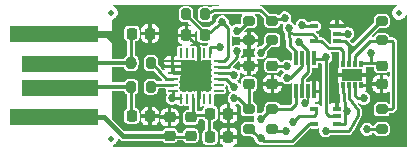
<source format=gbr>
%TF.GenerationSoftware,KiCad,Pcbnew,9.0.5*%
%TF.CreationDate,2025-10-20T11:02:32-07:00*%
%TF.ProjectId,infnoise_goldfingers,696e666e-6f69-4736-955f-676f6c646669,rev?*%
%TF.SameCoordinates,Original*%
%TF.FileFunction,Copper,L1,Top*%
%TF.FilePolarity,Positive*%
%FSLAX46Y46*%
G04 Gerber Fmt 4.6, Leading zero omitted, Abs format (unit mm)*
G04 Created by KiCad (PCBNEW 9.0.5) date 2025-10-20 11:02:32*
%MOMM*%
%LPD*%
G01*
G04 APERTURE LIST*
G04 Aperture macros list*
%AMRoundRect*
0 Rectangle with rounded corners*
0 $1 Rounding radius*
0 $2 $3 $4 $5 $6 $7 $8 $9 X,Y pos of 4 corners*
0 Add a 4 corners polygon primitive as box body*
4,1,4,$2,$3,$4,$5,$6,$7,$8,$9,$2,$3,0*
0 Add four circle primitives for the rounded corners*
1,1,$1+$1,$2,$3*
1,1,$1+$1,$4,$5*
1,1,$1+$1,$6,$7*
1,1,$1+$1,$8,$9*
0 Add four rect primitives between the rounded corners*
20,1,$1+$1,$2,$3,$4,$5,0*
20,1,$1+$1,$4,$5,$6,$7,0*
20,1,$1+$1,$6,$7,$8,$9,0*
20,1,$1+$1,$8,$9,$2,$3,0*%
G04 Aperture macros list end*
%TA.AperFunction,SMDPad,CuDef*%
%ADD10R,7.500000X1.360000*%
%TD*%
%TA.AperFunction,SMDPad,CuDef*%
%ADD11R,6.500000X1.360000*%
%TD*%
%TA.AperFunction,SMDPad,CuDef*%
%ADD12RoundRect,0.200000X-0.200000X-0.275000X0.200000X-0.275000X0.200000X0.275000X-0.200000X0.275000X0*%
%TD*%
%TA.AperFunction,SMDPad,CuDef*%
%ADD13RoundRect,0.225000X-0.225000X-0.250000X0.225000X-0.250000X0.225000X0.250000X-0.225000X0.250000X0*%
%TD*%
%TA.AperFunction,SMDPad,CuDef*%
%ADD14C,0.500000*%
%TD*%
%TA.AperFunction,SMDPad,CuDef*%
%ADD15RoundRect,0.200000X0.275000X-0.200000X0.275000X0.200000X-0.275000X0.200000X-0.275000X-0.200000X0*%
%TD*%
%TA.AperFunction,SMDPad,CuDef*%
%ADD16RoundRect,0.200000X-0.275000X0.200000X-0.275000X-0.200000X0.275000X-0.200000X0.275000X0.200000X0*%
%TD*%
%TA.AperFunction,SMDPad,CuDef*%
%ADD17RoundRect,0.225000X0.250000X-0.225000X0.250000X0.225000X-0.250000X0.225000X-0.250000X-0.225000X0*%
%TD*%
%TA.AperFunction,SMDPad,CuDef*%
%ADD18RoundRect,0.100000X0.225000X0.100000X-0.225000X0.100000X-0.225000X-0.100000X0.225000X-0.100000X0*%
%TD*%
%TA.AperFunction,SMDPad,CuDef*%
%ADD19R,0.300000X0.500000*%
%TD*%
%TA.AperFunction,SMDPad,CuDef*%
%ADD20R,1.750000X1.050000*%
%TD*%
%TA.AperFunction,SMDPad,CuDef*%
%ADD21RoundRect,0.062500X-0.062500X0.350000X-0.062500X-0.350000X0.062500X-0.350000X0.062500X0.350000X0*%
%TD*%
%TA.AperFunction,SMDPad,CuDef*%
%ADD22RoundRect,0.062500X-0.350000X0.062500X-0.350000X-0.062500X0.350000X-0.062500X0.350000X0.062500X0*%
%TD*%
%TA.AperFunction,HeatsinkPad*%
%ADD23R,2.600000X2.600000*%
%TD*%
%TA.AperFunction,SMDPad,CuDef*%
%ADD24RoundRect,0.200000X0.200000X0.275000X-0.200000X0.275000X-0.200000X-0.275000X0.200000X-0.275000X0*%
%TD*%
%TA.AperFunction,SMDPad,CuDef*%
%ADD25RoundRect,0.225000X0.225000X0.250000X-0.225000X0.250000X-0.225000X-0.250000X0.225000X-0.250000X0*%
%TD*%
%TA.AperFunction,SMDPad,CuDef*%
%ADD26RoundRect,0.087500X0.087500X-0.537500X0.087500X0.537500X-0.087500X0.537500X-0.087500X-0.537500X0*%
%TD*%
%TA.AperFunction,SMDPad,CuDef*%
%ADD27RoundRect,0.218750X0.256250X-0.218750X0.256250X0.218750X-0.256250X0.218750X-0.256250X-0.218750X0*%
%TD*%
%TA.AperFunction,ViaPad*%
%ADD28C,0.685800*%
%TD*%
%TA.AperFunction,Conductor*%
%ADD29C,0.254000*%
%TD*%
%TA.AperFunction,Conductor*%
%ADD30C,0.609600*%
%TD*%
%TA.AperFunction,Conductor*%
%ADD31C,0.200000*%
%TD*%
%TA.AperFunction,Conductor*%
%ADD32C,0.406400*%
%TD*%
%TA.AperFunction,Conductor*%
%ADD33C,0.304800*%
%TD*%
%TA.AperFunction,Conductor*%
%ADD34C,0.762000*%
%TD*%
G04 APERTURE END LIST*
D10*
%TO.P,X1,1,VBUS*%
%TO.N,Net-(X1-VBUS)*%
X4880000Y-9596000D03*
D11*
%TO.P,X1,2,D-*%
%TO.N,Net-(X1-D-)*%
X5380000Y-7096000D03*
%TO.P,X1,3,D+*%
%TO.N,Net-(X1-D+)*%
X5380000Y-5096000D03*
D10*
%TO.P,X1,4,GND*%
%TO.N,GND*%
X4880000Y-2596000D03*
%TD*%
D12*
%TO.P,R2,1*%
%TO.N,Net-(X1-D-)*%
X11398800Y-7019800D03*
%TO.P,R2,2*%
%TO.N,Net-(USB1-USBDM)*%
X13048800Y-7019800D03*
%TD*%
D13*
%TO.P,C5,1*%
%TO.N,Net-(X1-D-)*%
X11448800Y-9519800D03*
%TO.P,C5,2*%
%TO.N,GND*%
X12998800Y-9519800D03*
%TD*%
D14*
%TO.P,FID3,*%
%TO.N,*%
X34086800Y-762000D03*
%TD*%
%TO.P,FID2,*%
%TO.N,*%
X9652000Y-762000D03*
%TD*%
D15*
%TO.P,R4,1*%
%TO.N,GND*%
X21348800Y-3094800D03*
%TO.P,R4,2*%
%TO.N,/VREF*%
X21348800Y-1444800D03*
%TD*%
D12*
%TO.P,R1,1*%
%TO.N,Net-(X1-D+)*%
X11398800Y-5019800D03*
%TO.P,R1,2*%
%TO.N,Net-(USB1-USBDP)*%
X13048800Y-5019800D03*
%TD*%
D16*
%TO.P,R5,1*%
%TO.N,/COMP1*%
X23348800Y-8944800D03*
%TO.P,R5,2*%
%TO.N,Net-(AMP1A--)*%
X23348800Y-10594800D03*
%TD*%
D13*
%TO.P,C4,1*%
%TO.N,Net-(X1-D+)*%
X11448800Y-2519800D03*
%TO.P,C4,2*%
%TO.N,GND*%
X12998800Y-2519800D03*
%TD*%
D17*
%TO.P,C8,1*%
%TO.N,GND*%
X23348800Y-6794800D03*
%TO.P,C8,2*%
%TO.N,/A*%
X23348800Y-5244800D03*
%TD*%
D18*
%TO.P,SW2,1*%
%TO.N,Net-(AMP1-Pad1)*%
X28798800Y-10169800D03*
%TO.P,SW2,2*%
%TO.N,/B*%
X28798800Y-9519800D03*
%TO.P,SW2,3,GND*%
%TO.N,GND*%
X28798800Y-8869800D03*
%TO.P,SW2,4*%
%TO.N,/SW2EN*%
X26898800Y-8869800D03*
%TO.P,SW2,5,VCC*%
%TO.N,+3.3V*%
X26898800Y-10169800D03*
%TD*%
D17*
%TO.P,C7,1*%
%TO.N,/VREF*%
X21348800Y-6794800D03*
%TO.P,C7,2*%
%TO.N,GND*%
X21348800Y-5244800D03*
%TD*%
%TO.P,C1,1*%
%TO.N,Net-(X1-VBUS)*%
X14648800Y-11169800D03*
%TO.P,C1,2*%
%TO.N,GND*%
X14648800Y-9619800D03*
%TD*%
D19*
%TO.P,AMP1,1*%
%TO.N,Net-(AMP1-Pad1)*%
X29348800Y-6919800D03*
%TO.P,AMP1,2,-*%
%TO.N,Net-(AMP1A--)*%
X29848800Y-6919800D03*
%TO.P,AMP1,3,+*%
%TO.N,/A*%
X30348800Y-6919800D03*
%TO.P,AMP1,4,V-*%
%TO.N,GND*%
X30848800Y-6919800D03*
%TO.P,AMP1,5,+*%
%TO.N,/B*%
X30848800Y-5119800D03*
%TO.P,AMP1,6,-*%
%TO.N,Net-(AMP1B--)*%
X30348800Y-5119800D03*
%TO.P,AMP1,7*%
%TO.N,Net-(AMP1-Pad7)*%
X29848800Y-5119800D03*
%TO.P,AMP1,8,V+*%
%TO.N,+3.3V*%
X29348800Y-5119800D03*
D20*
%TO.P,AMP1,9,PAD*%
%TO.N,GND*%
X30098800Y-6019800D03*
%TD*%
D21*
%TO.P,USB1,1,DATA1*%
%TO.N,/COMP1*%
X18098800Y-4158500D03*
%TO.P,USB1,2,DATA7*%
%TO.N,unconnected-(USB1-DATA7-Pad2)*%
X17598800Y-4158500D03*
%TO.P,USB1,3,GND*%
%TO.N,GND*%
X17098800Y-4158500D03*
%TO.P,USB1,4,DATA5*%
%TO.N,unconnected-(USB1-DATA5-Pad4)*%
X16598800Y-4158500D03*
%TO.P,USB1,5,DATA6*%
%TO.N,unconnected-(USB1-DATA6-Pad5)*%
X16098800Y-4158500D03*
%TO.P,USB1,6,DATA3*%
%TO.N,unconnected-(USB1-DATA3-Pad6)*%
X15598800Y-4158500D03*
D22*
%TO.P,USB1,7,~{SI/WU}*%
%TO.N,GND*%
X14911300Y-4846000D03*
%TO.P,USB1,8,~{RD}*%
X14911300Y-5346000D03*
%TO.P,USB1,9,~{WR}*%
X14911300Y-5846000D03*
%TO.P,USB1,10,USBDP*%
%TO.N,Net-(USB1-USBDP)*%
X14911300Y-6346000D03*
%TO.P,USB1,11,USBDM*%
%TO.N,Net-(USB1-USBDM)*%
X14911300Y-6846000D03*
%TO.P,USB1,12,3V3OUT*%
%TO.N,+3.3V*%
X14911300Y-7346000D03*
D21*
%TO.P,USB1,13,~{RESET}*%
X15598800Y-8033500D03*
%TO.P,USB1,14,VCORE*%
%TO.N,unconnected-(USB1-VCORE-Pad14)*%
X16098800Y-8033500D03*
%TO.P,USB1,15,VCC*%
%TO.N,+5V*%
X16598800Y-8033500D03*
%TO.P,USB1,16,GND*%
%TO.N,GND*%
X17098800Y-8033500D03*
%TO.P,USB1,17,~{TXE}*%
%TO.N,unconnected-(USB1-~{TXE}-Pad17)*%
X17598800Y-8033500D03*
%TO.P,USB1,18,~{RXF}*%
%TO.N,unconnected-(USB1-~{RXF}-Pad18)*%
X18098800Y-8033500D03*
D22*
%TO.P,USB1,19,CBUS6*%
%TO.N,unconnected-(USB1-CBUS6-Pad19)*%
X18786300Y-7346000D03*
%TO.P,USB1,20,CBUS5*%
%TO.N,unconnected-(USB1-CBUS5-Pad20)*%
X18786300Y-6846000D03*
%TO.P,USB1,21,DATA0*%
%TO.N,/SW2EN*%
X18786300Y-6346000D03*
%TO.P,USB1,22,DATA4*%
%TO.N,/COMP2*%
X18786300Y-5846000D03*
%TO.P,USB1,23,DATA2*%
%TO.N,/SW1EN*%
X18786300Y-5346000D03*
%TO.P,USB1,24,VCCIO*%
%TO.N,+3.3V*%
X18786300Y-4846000D03*
D23*
%TO.P,USB1,25,GND*%
%TO.N,GND*%
X16848800Y-6096000D03*
%TD*%
D15*
%TO.P,R3,1*%
%TO.N,+3.3V*%
X21348800Y-10594800D03*
%TO.P,R3,2*%
%TO.N,/VREF*%
X21348800Y-8944800D03*
%TD*%
D17*
%TO.P,C9,1*%
%TO.N,GND*%
X32598800Y-6794800D03*
%TO.P,C9,2*%
%TO.N,/B*%
X32598800Y-5244800D03*
%TD*%
D13*
%TO.P,C3,1*%
%TO.N,+5V*%
X18073800Y-9292000D03*
%TO.P,C3,2*%
%TO.N,GND*%
X19623800Y-9292000D03*
%TD*%
D24*
%TO.P,R9,1*%
%TO.N,Net-(AMP1-Pad1)*%
X17673800Y-896800D03*
%TO.P,R9,2*%
%TO.N,+3.3V*%
X16023800Y-896800D03*
%TD*%
D25*
%TO.P,C6,1*%
%TO.N,+3.3V*%
X17623800Y-2671400D03*
%TO.P,C6,2*%
%TO.N,GND*%
X16073800Y-2671400D03*
%TD*%
D18*
%TO.P,SW1,1*%
%TO.N,Net-(AMP1-Pad7)*%
X28798800Y-3169800D03*
%TO.P,SW1,2*%
%TO.N,/A*%
X28798800Y-2519800D03*
%TO.P,SW1,3,GND*%
%TO.N,GND*%
X28798800Y-1869800D03*
%TO.P,SW1,4*%
%TO.N,/SW1EN*%
X26898800Y-1869800D03*
%TO.P,SW1,5,VCC*%
%TO.N,+3.3V*%
X26898800Y-3169800D03*
%TD*%
D26*
%TO.P,COMP1,1*%
%TO.N,/COMP1*%
X25348800Y-7419800D03*
%TO.P,COMP1,2,-*%
%TO.N,/VREF*%
X25848800Y-7419800D03*
%TO.P,COMP1,3,+*%
%TO.N,/A*%
X26348800Y-7419800D03*
%TO.P,COMP1,4,V-*%
%TO.N,GND*%
X26848800Y-7419800D03*
%TO.P,COMP1,5,+*%
%TO.N,/B*%
X26848800Y-4619800D03*
%TO.P,COMP1,6,-*%
%TO.N,/VREF*%
X26348800Y-4619800D03*
%TO.P,COMP1,7*%
%TO.N,/COMP2*%
X25848800Y-4619800D03*
%TO.P,COMP1,8,V+*%
%TO.N,+3.3V*%
X25348800Y-4619800D03*
%TD*%
D27*
%TO.P,L1,1,1*%
%TO.N,Net-(X1-VBUS)*%
X16423800Y-11182300D03*
%TO.P,L1,2,2*%
%TO.N,+5V*%
X16423800Y-9607300D03*
%TD*%
D13*
%TO.P,C2,1*%
%TO.N,+5V*%
X18073800Y-11269800D03*
%TO.P,C2,2*%
%TO.N,GND*%
X19623800Y-11269800D03*
%TD*%
D16*
%TO.P,R8,1*%
%TO.N,Net-(AMP1B--)*%
X32598800Y-8944800D03*
%TO.P,R8,2*%
%TO.N,/COMP2*%
X32598800Y-10594800D03*
%TD*%
D15*
%TO.P,R6,1*%
%TO.N,Net-(AMP1A--)*%
X23348800Y-3094800D03*
%TO.P,R6,2*%
%TO.N,Net-(AMP1-Pad1)*%
X23348800Y-1444800D03*
%TD*%
D16*
%TO.P,R7,1*%
%TO.N,Net-(AMP1-Pad7)*%
X32598800Y-1444800D03*
%TO.P,R7,2*%
%TO.N,Net-(AMP1B--)*%
X32598800Y-3094800D03*
%TD*%
D14*
%TO.P,FID1,*%
%TO.N,*%
X9652000Y-11430000D03*
%TD*%
D28*
%TO.N,/B*%
X31723800Y-4144800D03*
X27848800Y-4519800D03*
%TO.N,GND*%
X28598800Y-6054600D03*
X12223800Y-8269800D03*
X10568000Y-3769800D03*
X26249200Y-11467000D03*
X33832800Y-1752600D03*
X18846800Y-10287000D03*
X30723800Y-2019800D03*
X14905600Y-4159400D03*
X27098800Y-6019800D03*
X24473800Y-7894800D03*
X10550600Y-8269800D03*
%TO.N,+3.3V*%
X24753200Y-2045200D03*
X22348800Y-11394800D03*
X14848800Y-8019800D03*
X19098800Y-1519800D03*
%TO.N,/A*%
X29723800Y-2519800D03*
X31098800Y-8019800D03*
X26149300Y-8407400D03*
X24598800Y-5269800D03*
%TO.N,/VREF*%
X20348800Y-2269800D03*
X25598800Y-3269800D03*
X20098800Y-8019800D03*
%TO.N,/COMP1*%
X18874200Y-3693600D03*
X22348800Y-9769800D03*
%TO.N,/COMP2*%
X24598800Y-6269800D03*
X20098800Y-6019800D03*
X31348800Y-10644800D03*
%TO.N,/SW1EN*%
X25852800Y-1820600D03*
X20348800Y-4019800D03*
%TO.N,/SW2EN*%
X20098800Y-7019800D03*
X25098800Y-10019800D03*
%TO.N,Net-(AMP1-Pad1)*%
X29667200Y-9093200D03*
X24409400Y-1193800D03*
%TO.N,Net-(AMP1A--)*%
X27848800Y-10769800D03*
X22348800Y-4144800D03*
X24473800Y-10769800D03*
%TD*%
D29*
%TO.N,/B*%
X26848800Y-4669800D02*
X27698800Y-4669800D01*
X30848800Y-4994800D02*
X31723800Y-4994800D01*
X28698800Y-9519800D02*
X28098800Y-9519800D01*
X27698800Y-4669800D02*
X27848800Y-4519800D01*
X28098800Y-9519800D02*
X27848800Y-9269800D01*
X31723800Y-4994800D02*
X32423800Y-4994800D01*
X27848800Y-9269800D02*
X27848800Y-4519800D01*
X32423800Y-4994800D02*
X32598800Y-5169800D01*
X31723800Y-4144800D02*
X31723800Y-4994800D01*
%TO.N,GND*%
X14960600Y-5740400D02*
X14948800Y-5846000D01*
X17098800Y-7996000D02*
X17098800Y-6269800D01*
X16700400Y-5846000D02*
X16848800Y-6096000D01*
X17098800Y-5769800D02*
X16848800Y-6096000D01*
X14448800Y-9519800D02*
X13073800Y-9519800D01*
D30*
X4880000Y-2596000D02*
X9394200Y-2596000D01*
X9394200Y-2596000D02*
X10568000Y-3769800D01*
D29*
X14960600Y-5359400D02*
X14948800Y-5346000D01*
X17094200Y-3937000D02*
X17094200Y-3683000D01*
D30*
X9931400Y-2590800D02*
X9931400Y-2616200D01*
D29*
X14960600Y-5740400D02*
X14960600Y-5359400D01*
X17098800Y-4196000D02*
X17098800Y-5769800D01*
D30*
X8559800Y-2590800D02*
X9931400Y-2590800D01*
D29*
X17098800Y-6269800D02*
X16848800Y-6096000D01*
X21348800Y-5169800D02*
X21348800Y-3119800D01*
X17098800Y-3937000D02*
X17098800Y-4196000D01*
X14948800Y-5846000D02*
X16700400Y-5846000D01*
X17094200Y-3937000D02*
X17098800Y-3937000D01*
X14648800Y-9544800D02*
X14448800Y-9519800D01*
X17094200Y-3683000D02*
X16408400Y-2997200D01*
%TO.N,+3.3V*%
X17698800Y-2671400D02*
X18089200Y-2358000D01*
X26998800Y-3169800D02*
X27498800Y-3169800D01*
X19598800Y-2019800D02*
X19098800Y-1519800D01*
X25348800Y-2519800D02*
X24772600Y-2502400D01*
X22348800Y-11394800D02*
X22598800Y-11644800D01*
X15998800Y-896800D02*
X17698800Y-2671400D01*
X24772600Y-2502400D02*
X24753200Y-2045200D01*
X29348800Y-4994800D02*
X29348800Y-4019800D01*
X29098800Y-3769800D02*
X28098800Y-3769800D01*
X19598800Y-4519800D02*
X19598800Y-2019800D01*
X24804000Y-3551200D02*
X24753200Y-2045200D01*
X25348800Y-4669800D02*
X25348800Y-4019800D01*
X26723800Y-2519800D02*
X25348800Y-2519800D01*
X26998800Y-2794800D02*
X26723800Y-2519800D01*
X21348800Y-10619800D02*
X22200000Y-11293200D01*
X27498800Y-3169800D02*
X28098800Y-3769800D01*
X18748800Y-4846000D02*
X19221800Y-4846000D01*
X29348800Y-4019800D02*
X29098800Y-3769800D01*
X26448800Y-10169800D02*
X24973800Y-11644800D01*
X22200000Y-11293200D02*
X22348800Y-11394800D01*
X26998800Y-10169800D02*
X26448800Y-10169800D01*
X19221800Y-4846000D02*
X19598800Y-4519800D01*
X14948800Y-7346000D02*
X14948800Y-7996000D01*
X26998800Y-3169800D02*
X26998800Y-2794800D01*
X18089200Y-2358000D02*
X19098800Y-1519800D01*
X15598800Y-7996000D02*
X14948800Y-7996000D01*
X22598800Y-11644800D02*
X24973800Y-11644800D01*
X25348800Y-4019800D02*
X24804000Y-3551200D01*
X14948800Y-7996000D02*
X14848800Y-8019800D01*
D31*
%TO.N,/A*%
X26149300Y-8407400D02*
X26348800Y-8207900D01*
D29*
X23348800Y-5169800D02*
X23448800Y-5269800D01*
X23448800Y-5269800D02*
X24598800Y-5269800D01*
X30348800Y-7769800D02*
X30598800Y-8019800D01*
D31*
X26348800Y-8207900D02*
X26348800Y-7419800D01*
D29*
X28698800Y-2519800D02*
X29723800Y-2519800D01*
X30348800Y-7044800D02*
X30348800Y-7769800D01*
X30598800Y-8019800D02*
X31098800Y-8019800D01*
D32*
%TO.N,Net-(X1-VBUS)*%
X14648800Y-11244800D02*
X14580000Y-11176000D01*
X14580000Y-11176000D02*
X10668000Y-11176000D01*
X10668000Y-11176000D02*
X9088000Y-9596000D01*
X9088000Y-9596000D02*
X4880000Y-9596000D01*
D29*
X16423800Y-11244800D02*
X14648800Y-11244800D01*
%TO.N,+5V*%
X17998800Y-9292000D02*
X17648800Y-9419800D01*
X16598800Y-7996000D02*
X16598800Y-9419800D01*
X17648800Y-9419800D02*
X16598800Y-9419800D01*
X17998800Y-11269800D02*
X17998800Y-9292000D01*
X16598800Y-9419800D02*
X16423800Y-9544800D01*
D33*
%TO.N,Net-(X1-D+)*%
X5456200Y-5019800D02*
X11373800Y-5019800D01*
D34*
X11471800Y-4992800D02*
X11373800Y-5019800D01*
D29*
X11373800Y-5019800D02*
X11373800Y-2519800D01*
X5380000Y-5096000D02*
X5456200Y-5096000D01*
X5456200Y-5096000D02*
X5456200Y-5019800D01*
D33*
%TO.N,Net-(X1-D-)*%
X5456200Y-7019800D02*
X11373800Y-7019800D01*
D29*
X5456200Y-7096000D02*
X5456200Y-7019800D01*
X5380000Y-7096000D02*
X5456200Y-7096000D01*
X11373800Y-7019800D02*
X11373800Y-9519800D01*
%TO.N,/VREF*%
X20498800Y-2269800D02*
X20348800Y-2269800D01*
X21348800Y-1419800D02*
X20498800Y-2269800D01*
X21348800Y-8919800D02*
X20448800Y-8019800D01*
X21348800Y-8919800D02*
X21348800Y-6869800D01*
X26348800Y-5769800D02*
X25848800Y-6269800D01*
X20448800Y-8019800D02*
X20098800Y-8019800D01*
X26348800Y-4019800D02*
X25598800Y-3269800D01*
X26348800Y-4669800D02*
X26348800Y-4019800D01*
X25848800Y-7369800D02*
X25848800Y-6269800D01*
X26348800Y-4669800D02*
X26348800Y-5769800D01*
%TO.N,/COMP1*%
X25348800Y-8519800D02*
X24948800Y-8919800D01*
X23348800Y-8919800D02*
X24948800Y-8919800D01*
X23198800Y-8919800D02*
X22348800Y-9769800D01*
X18098800Y-4196000D02*
X18092400Y-3688000D01*
X25348800Y-7369800D02*
X25348800Y-8519800D01*
X23348800Y-8919800D02*
X23198800Y-8919800D01*
X18092400Y-3688000D02*
X18874200Y-3693600D01*
%TO.N,/COMP2*%
X18748800Y-5846000D02*
X19848800Y-5846000D01*
X24848800Y-6269800D02*
X24598800Y-6269800D01*
X25848800Y-4669800D02*
X25848800Y-5269800D01*
X25848800Y-5269800D02*
X24848800Y-6269800D01*
X32598800Y-10619800D02*
X32573800Y-10644800D01*
X19848800Y-5846000D02*
X20098800Y-6019800D01*
X32573800Y-10644800D02*
X31348800Y-10644800D01*
%TO.N,Net-(USB1-USBDP)*%
X13198800Y-5119800D02*
X13073800Y-5019800D01*
X14348800Y-6346000D02*
X13198800Y-5119800D01*
X14948800Y-6346000D02*
X14348800Y-6346000D01*
%TO.N,Net-(USB1-USBDM)*%
X14948800Y-6846000D02*
X13423400Y-6846000D01*
X13423400Y-6846000D02*
X13073800Y-7019800D01*
%TO.N,/SW1EN*%
X19573400Y-5346000D02*
X20348800Y-4519800D01*
X18748800Y-5346000D02*
X19573400Y-5346000D01*
X20348800Y-4519800D02*
X20348800Y-4019800D01*
X25978200Y-1869800D02*
X25852800Y-1820600D01*
X26998800Y-1869800D02*
X25978200Y-1869800D01*
%TO.N,/SW2EN*%
X26998800Y-8869800D02*
X26998800Y-9369800D01*
X26998800Y-9369800D02*
X26848800Y-9519800D01*
X19399600Y-6346000D02*
X20098800Y-7019800D01*
X18748800Y-6346000D02*
X19399600Y-6346000D01*
X25598800Y-9519800D02*
X25098800Y-10019800D01*
X26848800Y-9519800D02*
X25598800Y-9519800D01*
%TO.N,Net-(AMP1-Pad1)*%
X22323800Y-521800D02*
X18973800Y-521800D01*
X29489400Y-9093200D02*
X29489400Y-10160000D01*
X29337000Y-7061200D02*
X29348800Y-7044800D01*
X23469600Y-1371600D02*
X23348800Y-1419800D01*
X29667200Y-9093200D02*
X29489400Y-9093200D01*
X18370200Y-541200D02*
X18973800Y-521800D01*
X29337000Y-7518400D02*
X29387800Y-7569200D01*
X29337000Y-7061200D02*
X29337000Y-7518400D01*
X17698800Y-896800D02*
X18370200Y-541200D01*
X29387800Y-8229600D02*
X29489400Y-8331200D01*
X29489400Y-8331200D02*
X29489400Y-9093200D01*
X29387800Y-7569200D02*
X29387800Y-8229600D01*
X23348800Y-1419800D02*
X22323800Y-521800D01*
X29489400Y-10160000D02*
X28702000Y-10160000D01*
X28702000Y-10160000D02*
X28698800Y-10169800D01*
X23469600Y-1371600D02*
X24409400Y-1193800D01*
%TO.N,Net-(AMP1B--)*%
X33448800Y-8919800D02*
X33598800Y-8769800D01*
X32598800Y-8919800D02*
X33448800Y-8919800D01*
X33598800Y-8769800D02*
X33598800Y-3269800D01*
X31623800Y-3119800D02*
X30348800Y-4394800D01*
X33448800Y-3119800D02*
X33598800Y-3269800D01*
X32598800Y-3119800D02*
X31623800Y-3119800D01*
X32598800Y-3119800D02*
X33448800Y-3119800D01*
X30348800Y-4994800D02*
X30348800Y-4394800D01*
%TO.N,Net-(AMP1A--)*%
X23348800Y-3119800D02*
X22448800Y-4019800D01*
X23623800Y-10769800D02*
X24473800Y-10769800D01*
X22448800Y-4019800D02*
X22348800Y-4144800D01*
X30569400Y-8969000D02*
X30569400Y-9410200D01*
X29848800Y-8019800D02*
X30569400Y-8969000D01*
X30569400Y-9410200D02*
X29819400Y-10769800D01*
X29848800Y-7044800D02*
X29848800Y-8019800D01*
X29819400Y-10769800D02*
X27848800Y-10769800D01*
X24473800Y-10769800D02*
X24471800Y-10767800D01*
X23348800Y-10619800D02*
X23623800Y-10769800D01*
%TO.N,Net-(AMP1-Pad7)*%
X29848800Y-4144800D02*
X29848800Y-4019800D01*
X29848800Y-3769800D02*
X29848800Y-3519800D01*
X30098800Y-3769800D02*
X29848800Y-3769800D01*
X32598800Y-1419800D02*
X32598800Y-1394800D01*
X30348800Y-3644800D02*
X30223800Y-3769800D01*
X29973800Y-3644800D02*
X30348800Y-3644800D01*
X29848800Y-4019800D02*
X29848800Y-3769800D01*
X29498800Y-3169800D02*
X29848800Y-3519800D01*
X30098800Y-3769800D02*
X29848800Y-4019800D01*
X30223800Y-3769800D02*
X30098800Y-3769800D01*
X29848800Y-4994800D02*
X29848800Y-4144800D01*
X29848800Y-3519800D02*
X29973800Y-3644800D01*
X29973800Y-3644800D02*
X30098800Y-3769800D01*
X28698800Y-3169800D02*
X29498800Y-3169800D01*
X32598800Y-1394800D02*
X30348800Y-3644800D01*
X30223800Y-3769800D02*
X29848800Y-4144800D01*
%TD*%
%TA.AperFunction,Conductor*%
%TO.N,GND*%
G36*
X18818804Y-93806D02*
G01*
X18837110Y-138000D01*
X18818804Y-182194D01*
X18776618Y-200468D01*
X18373044Y-213439D01*
X18373043Y-213438D01*
X18373043Y-213439D01*
X18370901Y-213507D01*
X18339071Y-212345D01*
X18327975Y-214886D01*
X18321925Y-215081D01*
X18321924Y-215080D01*
X18316592Y-215252D01*
X18316587Y-215253D01*
X18288118Y-223870D01*
X18286070Y-224489D01*
X18255017Y-231607D01*
X18244956Y-236935D01*
X18239169Y-238687D01*
X18239164Y-238689D01*
X18235728Y-239729D01*
X18234051Y-240237D01*
X18234047Y-240240D01*
X18208799Y-255917D01*
X18205083Y-258051D01*
X18153855Y-285184D01*
X18106233Y-289693D01*
X18096228Y-285641D01*
X17999108Y-236155D01*
X17999098Y-236152D01*
X17905332Y-221301D01*
X17905320Y-221300D01*
X17905319Y-221300D01*
X17905316Y-221300D01*
X17442285Y-221300D01*
X17442280Y-221301D01*
X17348495Y-236154D01*
X17348494Y-236154D01*
X17235457Y-293750D01*
X17145750Y-383457D01*
X17088154Y-496494D01*
X17088152Y-496501D01*
X17073301Y-590267D01*
X17073300Y-590283D01*
X17073300Y-1203314D01*
X17073301Y-1203319D01*
X17088154Y-1297104D01*
X17088154Y-1297105D01*
X17123157Y-1365801D01*
X17145750Y-1410142D01*
X17235458Y-1499850D01*
X17348496Y-1557446D01*
X17348499Y-1557446D01*
X17348501Y-1557447D01*
X17442267Y-1572298D01*
X17442269Y-1572298D01*
X17442281Y-1572300D01*
X17905318Y-1572299D01*
X17999104Y-1557446D01*
X18112142Y-1499850D01*
X18201850Y-1410142D01*
X18259446Y-1297104D01*
X18262598Y-1277201D01*
X18274298Y-1203332D01*
X18274298Y-1203331D01*
X18274300Y-1203319D01*
X18274299Y-1000211D01*
X18292605Y-956018D01*
X18307536Y-944987D01*
X18443708Y-872864D01*
X18470946Y-865630D01*
X18978069Y-849331D01*
X18980077Y-849300D01*
X20752020Y-849300D01*
X20796214Y-867606D01*
X20814520Y-911800D01*
X20796214Y-955994D01*
X20745750Y-1006457D01*
X20688154Y-1119494D01*
X20688152Y-1119501D01*
X20673301Y-1213267D01*
X20673300Y-1213283D01*
X20673300Y-1606256D01*
X20654994Y-1650450D01*
X20571021Y-1734422D01*
X20526827Y-1752728D01*
X20510651Y-1750598D01*
X20420346Y-1726401D01*
X20420341Y-1726400D01*
X20420340Y-1726400D01*
X20277260Y-1726400D01*
X20277259Y-1726400D01*
X20277253Y-1726401D01*
X20139058Y-1763430D01*
X20139049Y-1763434D01*
X20015148Y-1834969D01*
X19980882Y-1869235D01*
X19936687Y-1887540D01*
X19892493Y-1869234D01*
X19882562Y-1856290D01*
X19860867Y-1818714D01*
X19860865Y-1818710D01*
X19799890Y-1757735D01*
X19660506Y-1618351D01*
X19642200Y-1574157D01*
X19642200Y-1448261D01*
X19642198Y-1448253D01*
X19605169Y-1310058D01*
X19605165Y-1310049D01*
X19533630Y-1186148D01*
X19533623Y-1186139D01*
X19432460Y-1084976D01*
X19432451Y-1084969D01*
X19308550Y-1013434D01*
X19308541Y-1013430D01*
X19170346Y-976401D01*
X19170341Y-976400D01*
X19170340Y-976400D01*
X19027260Y-976400D01*
X19027259Y-976400D01*
X19027253Y-976401D01*
X18889058Y-1013430D01*
X18889049Y-1013434D01*
X18765148Y-1084969D01*
X18765139Y-1084976D01*
X18663976Y-1186139D01*
X18663969Y-1186148D01*
X18592434Y-1310049D01*
X18592430Y-1310058D01*
X18555401Y-1448253D01*
X18555400Y-1448261D01*
X18555400Y-1515944D01*
X18537094Y-1560138D01*
X18532823Y-1564031D01*
X18013522Y-1995170D01*
X17967826Y-2009316D01*
X17963822Y-2008813D01*
X17882301Y-1995901D01*
X17882289Y-1995900D01*
X17882288Y-1995900D01*
X17882286Y-1995900D01*
X17531899Y-1995900D01*
X17487705Y-1977594D01*
X17486766Y-1976635D01*
X16641666Y-1094450D01*
X16624299Y-1051215D01*
X16624299Y-590285D01*
X16624299Y-590283D01*
X16624299Y-590282D01*
X16609446Y-496496D01*
X16551850Y-383458D01*
X16462142Y-293750D01*
X16446227Y-285641D01*
X16349105Y-236154D01*
X16349098Y-236152D01*
X16255332Y-221301D01*
X16255320Y-221300D01*
X16255319Y-221300D01*
X16255316Y-221300D01*
X15792285Y-221300D01*
X15792280Y-221301D01*
X15698495Y-236154D01*
X15698494Y-236154D01*
X15585457Y-293750D01*
X15495750Y-383457D01*
X15438154Y-496494D01*
X15438152Y-496501D01*
X15423301Y-590267D01*
X15423300Y-590283D01*
X15423300Y-1203314D01*
X15423301Y-1203319D01*
X15438154Y-1297104D01*
X15438154Y-1297105D01*
X15473157Y-1365801D01*
X15495750Y-1410142D01*
X15585458Y-1499850D01*
X15698496Y-1557446D01*
X15698499Y-1557446D01*
X15698501Y-1557447D01*
X15792267Y-1572298D01*
X15792269Y-1572298D01*
X15792281Y-1572300D01*
X16165700Y-1572299D01*
X16209894Y-1590605D01*
X16210833Y-1591564D01*
X16398856Y-1787838D01*
X16416209Y-1832415D01*
X16396958Y-1876206D01*
X16352381Y-1893559D01*
X16346274Y-1893128D01*
X16340213Y-1892400D01*
X16225800Y-1892400D01*
X16225800Y-2519400D01*
X16827800Y-2519400D01*
X16827800Y-2391195D01*
X16828076Y-2390527D01*
X16827814Y-2389853D01*
X16837195Y-2368512D01*
X16846106Y-2347001D01*
X16846773Y-2346724D01*
X16847065Y-2346062D01*
X16868789Y-2337604D01*
X16890300Y-2328695D01*
X16890967Y-2328971D01*
X16891642Y-2328709D01*
X16912982Y-2338090D01*
X16934494Y-2347001D01*
X16935396Y-2347923D01*
X16955933Y-2369360D01*
X16973300Y-2412595D01*
X16973300Y-2954885D01*
X16973301Y-2954901D01*
X16989079Y-3054520D01*
X16989082Y-3054530D01*
X17050271Y-3174619D01*
X17050272Y-3174620D01*
X17145580Y-3269928D01*
X17265674Y-3331119D01*
X17365312Y-3346900D01*
X17365314Y-3346900D01*
X17819342Y-3346900D01*
X17841093Y-3355909D01*
X17862981Y-3364657D01*
X17863147Y-3365045D01*
X17863536Y-3365206D01*
X17872541Y-3386947D01*
X17881837Y-3408619D01*
X17881680Y-3409010D01*
X17881842Y-3409400D01*
X17864085Y-3453039D01*
X17860606Y-3456606D01*
X17859741Y-3457475D01*
X17831777Y-3485042D01*
X17829811Y-3487565D01*
X17827823Y-3490225D01*
X17808659Y-3524407D01*
X17808040Y-3525486D01*
X17807383Y-3526605D01*
X17769221Y-3555447D01*
X17741293Y-3556259D01*
X17687201Y-3545500D01*
X17510402Y-3545500D01*
X17510394Y-3545501D01*
X17464933Y-3554543D01*
X17418017Y-3545210D01*
X17408548Y-3537438D01*
X17377210Y-3506100D01*
X17377207Y-3506098D01*
X17282216Y-3459660D01*
X17223800Y-3446316D01*
X17223800Y-4870960D01*
X17267319Y-4864621D01*
X17267320Y-4864620D01*
X17377208Y-4810900D01*
X17408547Y-4779561D01*
X17452741Y-4761255D01*
X17464928Y-4762455D01*
X17510399Y-4771500D01*
X17687200Y-4771499D01*
X17763917Y-4756240D01*
X17814077Y-4722723D01*
X17860993Y-4713392D01*
X17883523Y-4722724D01*
X17933681Y-4756239D01*
X17933683Y-4756240D01*
X18010399Y-4771500D01*
X18110799Y-4771499D01*
X18154994Y-4789804D01*
X18173300Y-4833998D01*
X18173300Y-4934397D01*
X18173301Y-4934401D01*
X18188559Y-5011115D01*
X18188560Y-5011117D01*
X18221088Y-5059800D01*
X18222075Y-5061276D01*
X18231407Y-5108193D01*
X18222075Y-5130721D01*
X18188561Y-5180878D01*
X18188559Y-5180883D01*
X18173300Y-5257598D01*
X18173300Y-5434397D01*
X18173301Y-5434401D01*
X18188559Y-5511115D01*
X18188560Y-5511117D01*
X18220331Y-5558667D01*
X18222075Y-5561276D01*
X18231407Y-5608193D01*
X18222075Y-5630721D01*
X18188561Y-5680878D01*
X18188559Y-5680883D01*
X18173300Y-5757598D01*
X18173300Y-5934397D01*
X18173301Y-5934401D01*
X18188559Y-6011115D01*
X18188560Y-6011117D01*
X18222075Y-6061276D01*
X18231407Y-6108193D01*
X18222075Y-6130721D01*
X18188561Y-6180878D01*
X18188559Y-6180883D01*
X18173300Y-6257598D01*
X18173300Y-6434397D01*
X18173301Y-6434401D01*
X18188559Y-6511115D01*
X18188560Y-6511116D01*
X18188560Y-6511117D01*
X18205394Y-6536312D01*
X18222075Y-6561276D01*
X18231407Y-6608193D01*
X18222075Y-6630721D01*
X18188561Y-6680878D01*
X18188559Y-6680883D01*
X18173300Y-6757598D01*
X18173300Y-6934397D01*
X18173301Y-6934401D01*
X18188559Y-7011115D01*
X18188560Y-7011116D01*
X18188560Y-7011117D01*
X18222038Y-7061222D01*
X18222075Y-7061276D01*
X18231407Y-7108193D01*
X18222075Y-7130721D01*
X18188561Y-7180878D01*
X18188559Y-7180883D01*
X18173300Y-7257598D01*
X18173300Y-7358000D01*
X18154994Y-7402194D01*
X18110801Y-7420500D01*
X18010402Y-7420500D01*
X18010398Y-7420501D01*
X17933684Y-7435759D01*
X17933679Y-7435761D01*
X17883522Y-7469275D01*
X17836606Y-7478607D01*
X17814077Y-7469275D01*
X17763918Y-7435760D01*
X17763916Y-7435759D01*
X17687201Y-7420500D01*
X17510402Y-7420500D01*
X17510394Y-7420501D01*
X17464933Y-7429543D01*
X17418017Y-7420210D01*
X17408548Y-7412438D01*
X17377208Y-7381098D01*
X17267325Y-7327380D01*
X17267318Y-7327378D01*
X17223800Y-7321037D01*
X17223800Y-8745960D01*
X17267319Y-8739621D01*
X17267320Y-8739620D01*
X17377208Y-8685900D01*
X17408547Y-8654561D01*
X17414462Y-8652110D01*
X17418019Y-8646788D01*
X17435897Y-8643231D01*
X17452741Y-8636255D01*
X17464929Y-8637455D01*
X17505945Y-8645614D01*
X17545718Y-8672189D01*
X17555050Y-8719105D01*
X17537946Y-8751106D01*
X17500270Y-8788782D01*
X17439082Y-8908869D01*
X17439079Y-8908879D01*
X17423301Y-9008498D01*
X17423300Y-9008514D01*
X17423300Y-9029800D01*
X17404994Y-9073994D01*
X17360800Y-9092300D01*
X17002597Y-9092300D01*
X16958403Y-9073994D01*
X16944606Y-9060197D01*
X16926300Y-9016003D01*
X16926300Y-8811307D01*
X16944606Y-8767113D01*
X16953697Y-8763347D01*
X16973800Y-8745961D01*
X16973800Y-7321038D01*
X16973799Y-7321038D01*
X16930277Y-7327379D01*
X16930276Y-7327379D01*
X16820391Y-7381098D01*
X16820388Y-7381101D01*
X16789049Y-7412439D01*
X16744854Y-7430744D01*
X16732663Y-7429543D01*
X16687201Y-7420500D01*
X16510402Y-7420500D01*
X16510398Y-7420501D01*
X16433684Y-7435759D01*
X16433679Y-7435761D01*
X16383522Y-7469275D01*
X16336606Y-7478607D01*
X16314077Y-7469275D01*
X16263918Y-7435760D01*
X16263916Y-7435759D01*
X16187201Y-7420500D01*
X16010402Y-7420500D01*
X16010398Y-7420501D01*
X15933684Y-7435759D01*
X15933679Y-7435761D01*
X15883522Y-7469275D01*
X15836606Y-7478607D01*
X15814077Y-7469275D01*
X15763918Y-7435760D01*
X15763916Y-7435759D01*
X15687201Y-7420500D01*
X15586799Y-7420500D01*
X15542605Y-7402194D01*
X15524299Y-7358000D01*
X15524299Y-7257601D01*
X15524299Y-7257600D01*
X15509040Y-7180883D01*
X15475523Y-7130722D01*
X15466192Y-7083807D01*
X15475524Y-7061277D01*
X15475572Y-7061205D01*
X15509040Y-7011117D01*
X15524300Y-6934401D01*
X15524299Y-6757600D01*
X15509040Y-6680883D01*
X15475523Y-6630722D01*
X15466192Y-6583807D01*
X15475524Y-6561277D01*
X15492205Y-6536312D01*
X15509040Y-6511117D01*
X15524300Y-6434401D01*
X15524299Y-6257600D01*
X15515256Y-6212134D01*
X15524589Y-6165218D01*
X15532361Y-6155747D01*
X15563700Y-6124408D01*
X15617421Y-6014519D01*
X15623761Y-5971000D01*
X14973800Y-5971000D01*
X14929606Y-5952694D01*
X14911300Y-5908500D01*
X14911300Y-5846000D01*
X14848800Y-5846000D01*
X14804606Y-5827694D01*
X14786300Y-5783500D01*
X14786300Y-5721000D01*
X15036300Y-5721000D01*
X15623761Y-5721000D01*
X15617421Y-5677480D01*
X15617420Y-5677477D01*
X15591007Y-5623451D01*
X15588042Y-5575707D01*
X15591007Y-5568549D01*
X15617420Y-5514521D01*
X15623761Y-5471000D01*
X15036300Y-5471000D01*
X15036300Y-5721000D01*
X14786300Y-5721000D01*
X14786300Y-5471000D01*
X14198839Y-5471000D01*
X14205178Y-5514519D01*
X14205179Y-5514520D01*
X14226534Y-5558203D01*
X14229497Y-5605947D01*
X14197834Y-5641803D01*
X14150090Y-5644766D01*
X14124796Y-5628408D01*
X14121500Y-5624894D01*
X13925482Y-5415887D01*
X13800876Y-5283024D01*
X13742705Y-5220999D01*
X14198838Y-5220999D01*
X14198839Y-5221000D01*
X14786300Y-5221000D01*
X15036300Y-5221000D01*
X15623761Y-5221000D01*
X15617421Y-5177480D01*
X15617420Y-5177477D01*
X15591007Y-5123451D01*
X15588042Y-5075707D01*
X15591007Y-5068549D01*
X15617420Y-5014521D01*
X15623761Y-4971000D01*
X15036300Y-4971000D01*
X15036300Y-5221000D01*
X14786300Y-5221000D01*
X14786300Y-4971000D01*
X14198839Y-4971000D01*
X14205178Y-5014519D01*
X14205180Y-5014523D01*
X14231592Y-5068551D01*
X14234555Y-5116294D01*
X14231592Y-5123449D01*
X14205179Y-5177478D01*
X14198838Y-5220999D01*
X13742705Y-5220999D01*
X13666211Y-5139436D01*
X13649299Y-5096681D01*
X13649299Y-4720999D01*
X14198838Y-4720999D01*
X14198839Y-4721000D01*
X14786300Y-4721000D01*
X14786300Y-4417000D01*
X15036300Y-4417000D01*
X15036300Y-4721000D01*
X15361983Y-4721000D01*
X15396706Y-4731533D01*
X15433681Y-4756239D01*
X15433683Y-4756240D01*
X15510399Y-4771500D01*
X15687200Y-4771499D01*
X15763917Y-4756240D01*
X15814077Y-4722723D01*
X15860993Y-4713392D01*
X15883523Y-4722724D01*
X15933681Y-4756239D01*
X15933683Y-4756240D01*
X16010399Y-4771500D01*
X16187200Y-4771499D01*
X16263917Y-4756240D01*
X16314077Y-4722723D01*
X16360993Y-4713392D01*
X16383523Y-4722724D01*
X16433681Y-4756239D01*
X16433683Y-4756240D01*
X16510399Y-4771500D01*
X16687200Y-4771499D01*
X16732664Y-4762456D01*
X16779581Y-4771788D01*
X16789051Y-4779561D01*
X16820391Y-4810901D01*
X16930277Y-4864620D01*
X16973799Y-4870961D01*
X16973800Y-4870961D01*
X16973800Y-3446038D01*
X16973799Y-3446038D01*
X16930277Y-3452379D01*
X16930276Y-3452379D01*
X16820391Y-3506098D01*
X16820388Y-3506101D01*
X16789049Y-3537439D01*
X16744854Y-3555744D01*
X16732663Y-3554543D01*
X16687201Y-3545500D01*
X16510402Y-3545500D01*
X16510396Y-3545501D01*
X16481710Y-3551207D01*
X16434794Y-3541874D01*
X16408219Y-3502100D01*
X16417552Y-3455184D01*
X16446590Y-3431766D01*
X16560499Y-3386846D01*
X16560504Y-3386843D01*
X16676375Y-3298975D01*
X16764243Y-3183104D01*
X16764246Y-3183099D01*
X16817590Y-3047827D01*
X16827798Y-2962822D01*
X16827800Y-2962805D01*
X16827800Y-2823400D01*
X15319800Y-2823400D01*
X15319800Y-2962805D01*
X15319801Y-2962822D01*
X15330009Y-3047827D01*
X15383353Y-3183099D01*
X15383356Y-3183104D01*
X15471224Y-3298975D01*
X15587095Y-3386843D01*
X15587097Y-3386844D01*
X15683492Y-3424858D01*
X15717889Y-3458100D01*
X15718705Y-3505929D01*
X15685463Y-3540326D01*
X15660563Y-3545500D01*
X15510402Y-3545500D01*
X15510398Y-3545501D01*
X15464940Y-3554543D01*
X15433683Y-3560760D01*
X15433682Y-3560760D01*
X15433680Y-3560761D01*
X15346688Y-3618888D01*
X15288560Y-3705881D01*
X15288559Y-3705883D01*
X15273300Y-3782598D01*
X15273300Y-4354500D01*
X15254994Y-4398694D01*
X15210800Y-4417000D01*
X15036300Y-4417000D01*
X14786300Y-4417000D01*
X14526516Y-4417000D01*
X14455280Y-4427378D01*
X14455273Y-4427380D01*
X14345391Y-4481098D01*
X14258898Y-4567591D01*
X14205179Y-4677476D01*
X14205179Y-4677477D01*
X14198838Y-4720999D01*
X13649299Y-4720999D01*
X13649299Y-4713285D01*
X13649299Y-4713283D01*
X13649299Y-4713282D01*
X13634446Y-4619496D01*
X13576850Y-4506458D01*
X13487142Y-4416750D01*
X13487138Y-4416748D01*
X13374105Y-4359154D01*
X13374098Y-4359152D01*
X13280332Y-4344301D01*
X13280320Y-4344300D01*
X13280319Y-4344300D01*
X13280316Y-4344300D01*
X12817285Y-4344300D01*
X12817280Y-4344301D01*
X12723495Y-4359154D01*
X12723494Y-4359154D01*
X12610457Y-4416750D01*
X12520750Y-4506457D01*
X12463154Y-4619494D01*
X12463152Y-4619501D01*
X12448301Y-4713267D01*
X12448300Y-4713283D01*
X12448300Y-5326314D01*
X12448301Y-5326319D01*
X12463154Y-5420104D01*
X12463154Y-5420105D01*
X12520749Y-5533141D01*
X12520750Y-5533142D01*
X12610458Y-5622850D01*
X12723496Y-5680446D01*
X12723499Y-5680446D01*
X12723501Y-5680447D01*
X12817267Y-5695298D01*
X12817269Y-5695298D01*
X12817281Y-5695300D01*
X13262470Y-5695299D01*
X13306664Y-5713605D01*
X13308058Y-5715044D01*
X13962872Y-6413245D01*
X13979752Y-6458003D01*
X13960039Y-6501588D01*
X13917284Y-6518500D01*
X13614780Y-6518500D01*
X13570586Y-6500194D01*
X13487142Y-6416750D01*
X13374105Y-6359154D01*
X13374098Y-6359152D01*
X13280332Y-6344301D01*
X13280320Y-6344300D01*
X13280319Y-6344300D01*
X13280316Y-6344300D01*
X12817285Y-6344300D01*
X12817280Y-6344301D01*
X12723495Y-6359154D01*
X12723494Y-6359154D01*
X12610457Y-6416750D01*
X12520750Y-6506457D01*
X12463154Y-6619494D01*
X12463152Y-6619501D01*
X12448301Y-6713267D01*
X12448300Y-6713283D01*
X12448300Y-7326314D01*
X12448301Y-7326319D01*
X12463154Y-7420104D01*
X12463154Y-7420105D01*
X12500749Y-7493888D01*
X12520750Y-7533142D01*
X12610458Y-7622850D01*
X12723496Y-7680446D01*
X12723499Y-7680446D01*
X12723501Y-7680447D01*
X12817267Y-7695298D01*
X12817269Y-7695298D01*
X12817281Y-7695300D01*
X13280318Y-7695299D01*
X13374104Y-7680446D01*
X13487142Y-7622850D01*
X13576850Y-7533142D01*
X13634446Y-7420104D01*
X13641954Y-7372700D01*
X13649298Y-7326332D01*
X13649300Y-7326316D01*
X13649300Y-7236000D01*
X13667606Y-7191806D01*
X13711800Y-7173500D01*
X14238872Y-7173500D01*
X14283066Y-7191806D01*
X14301372Y-7236000D01*
X14300171Y-7248194D01*
X14298300Y-7257599D01*
X14298300Y-7434397D01*
X14298301Y-7434401D01*
X14301678Y-7451377D01*
X14313560Y-7511117D01*
X14371688Y-7598112D01*
X14390205Y-7610485D01*
X14416781Y-7650257D01*
X14409609Y-7693701D01*
X14342431Y-7810055D01*
X14342430Y-7810058D01*
X14305401Y-7948253D01*
X14305400Y-7948261D01*
X14305400Y-8091338D01*
X14305401Y-8091346D01*
X14342430Y-8229541D01*
X14342434Y-8229550D01*
X14413969Y-8353451D01*
X14413976Y-8353460D01*
X14515139Y-8454623D01*
X14515148Y-8454630D01*
X14639049Y-8526165D01*
X14639052Y-8526166D01*
X14639055Y-8526168D01*
X14639056Y-8526168D01*
X14639058Y-8526169D01*
X14711184Y-8545495D01*
X14777260Y-8563200D01*
X14777261Y-8563200D01*
X14920339Y-8563200D01*
X14920340Y-8563200D01*
X15058545Y-8526168D01*
X15182455Y-8454628D01*
X15183044Y-8454038D01*
X15183433Y-8453877D01*
X15185708Y-8452132D01*
X15186175Y-8452741D01*
X15227235Y-8435727D01*
X15271432Y-8454026D01*
X15285668Y-8480654D01*
X15286206Y-8480432D01*
X15288460Y-8485875D01*
X15288542Y-8486028D01*
X15288559Y-8486113D01*
X15288561Y-8486119D01*
X15293108Y-8492924D01*
X15346688Y-8573112D01*
X15408441Y-8614374D01*
X15433681Y-8631239D01*
X15433683Y-8631240D01*
X15510399Y-8646500D01*
X15687200Y-8646499D01*
X15763917Y-8631240D01*
X15814077Y-8597723D01*
X15860993Y-8588392D01*
X15883523Y-8597724D01*
X15933681Y-8631239D01*
X15933683Y-8631240D01*
X16010399Y-8646500D01*
X16187200Y-8646499D01*
X16196604Y-8644628D01*
X16243520Y-8653957D01*
X16270098Y-8693729D01*
X16271300Y-8705926D01*
X16271300Y-8906800D01*
X16252994Y-8950994D01*
X16208800Y-8969300D01*
X16134554Y-8969300D01*
X16134552Y-8969300D01*
X16134540Y-8969301D01*
X16036385Y-8984847D01*
X16036378Y-8984849D01*
X15918048Y-9045142D01*
X15824142Y-9139048D01*
X15763849Y-9257378D01*
X15763847Y-9257385D01*
X15748301Y-9355540D01*
X15748300Y-9355556D01*
X15748300Y-9859043D01*
X15748301Y-9859059D01*
X15763847Y-9957214D01*
X15763849Y-9957221D01*
X15798352Y-10024936D01*
X15824142Y-10075551D01*
X15918049Y-10169458D01*
X15987074Y-10204628D01*
X16035985Y-10229550D01*
X16036380Y-10229751D01*
X16036383Y-10229751D01*
X16036385Y-10229752D01*
X16134540Y-10245298D01*
X16134546Y-10245298D01*
X16134554Y-10245300D01*
X16134556Y-10245300D01*
X16713044Y-10245300D01*
X16713046Y-10245300D01*
X16741762Y-10240752D01*
X16811214Y-10229752D01*
X16811214Y-10229751D01*
X16811220Y-10229751D01*
X16929551Y-10169458D01*
X17023458Y-10075551D01*
X17083751Y-9957220D01*
X17088203Y-9929109D01*
X17099298Y-9859059D01*
X17099300Y-9859043D01*
X17099300Y-9809800D01*
X17117606Y-9765606D01*
X17161800Y-9747300D01*
X17437556Y-9747300D01*
X17481750Y-9765606D01*
X17493242Y-9781423D01*
X17500272Y-9795220D01*
X17595580Y-9890528D01*
X17619920Y-9902930D01*
X17637174Y-9911721D01*
X17668241Y-9948095D01*
X17671300Y-9967409D01*
X17671300Y-10594389D01*
X17652994Y-10638583D01*
X17637176Y-10650076D01*
X17595580Y-10671271D01*
X17500271Y-10766580D01*
X17439082Y-10886669D01*
X17439079Y-10886679D01*
X17423301Y-10986298D01*
X17423300Y-10986314D01*
X17423300Y-11553285D01*
X17423301Y-11553301D01*
X17439079Y-11652920D01*
X17439082Y-11652930D01*
X17500271Y-11773019D01*
X17595580Y-11868328D01*
X17715669Y-11929517D01*
X17715671Y-11929517D01*
X17715674Y-11929519D01*
X17715677Y-11929519D01*
X17715679Y-11929520D01*
X17815298Y-11945298D01*
X17815304Y-11945298D01*
X17815312Y-11945300D01*
X17815314Y-11945300D01*
X18332286Y-11945300D01*
X18332288Y-11945300D01*
X18413686Y-11932408D01*
X18431920Y-11929520D01*
X18431920Y-11929519D01*
X18431926Y-11929519D01*
X18552020Y-11868328D01*
X18647328Y-11773020D01*
X18708519Y-11652926D01*
X18717217Y-11598006D01*
X18724298Y-11553301D01*
X18724300Y-11553285D01*
X18724300Y-10986314D01*
X18724298Y-10986295D01*
X18724297Y-10986286D01*
X18724297Y-10986285D01*
X18723047Y-10978394D01*
X18869800Y-10978394D01*
X18869800Y-11117800D01*
X19471800Y-11117800D01*
X19775800Y-11117800D01*
X20377800Y-11117800D01*
X20377800Y-10978394D01*
X20377798Y-10978377D01*
X20367590Y-10893372D01*
X20314246Y-10758100D01*
X20314243Y-10758095D01*
X20226375Y-10642224D01*
X20110504Y-10554356D01*
X20110499Y-10554353D01*
X19975227Y-10501009D01*
X19890222Y-10490801D01*
X19890205Y-10490800D01*
X19775800Y-10490800D01*
X19775800Y-11117800D01*
X19471800Y-11117800D01*
X19471800Y-10490800D01*
X19357395Y-10490800D01*
X19357377Y-10490801D01*
X19272372Y-10501009D01*
X19137100Y-10554353D01*
X19137095Y-10554356D01*
X19021224Y-10642224D01*
X18933356Y-10758095D01*
X18933353Y-10758100D01*
X18880009Y-10893372D01*
X18869801Y-10978377D01*
X18869800Y-10978394D01*
X18723047Y-10978394D01*
X18708520Y-10886678D01*
X18708517Y-10886669D01*
X18647328Y-10766580D01*
X18552019Y-10671271D01*
X18431930Y-10610082D01*
X18431920Y-10610079D01*
X18379022Y-10601701D01*
X18338236Y-10576707D01*
X18326300Y-10539971D01*
X18326300Y-10021828D01*
X18344606Y-9977634D01*
X18379020Y-9960098D01*
X18431926Y-9951719D01*
X18439039Y-9948095D01*
X18452190Y-9941394D01*
X18552020Y-9890528D01*
X18647328Y-9795220D01*
X18708519Y-9675126D01*
X18710342Y-9663614D01*
X18723045Y-9583412D01*
X18869800Y-9583412D01*
X18880009Y-9668427D01*
X18933353Y-9803699D01*
X18933356Y-9803704D01*
X19021224Y-9919575D01*
X19137095Y-10007443D01*
X19137100Y-10007446D01*
X19272372Y-10060790D01*
X19357377Y-10070998D01*
X19357395Y-10071000D01*
X19471800Y-10071000D01*
X19775800Y-10071000D01*
X19890205Y-10071000D01*
X19890222Y-10070998D01*
X19975227Y-10060790D01*
X20110499Y-10007446D01*
X20110504Y-10007443D01*
X20226375Y-9919575D01*
X20314243Y-9803704D01*
X20314246Y-9803699D01*
X20367590Y-9668427D01*
X20377800Y-9583412D01*
X20377800Y-9444000D01*
X19775800Y-9444000D01*
X19775800Y-10071000D01*
X19471800Y-10071000D01*
X19471800Y-9444000D01*
X18869800Y-9444000D01*
X18869800Y-9583412D01*
X18723045Y-9583412D01*
X18724298Y-9575501D01*
X18724300Y-9575485D01*
X18724300Y-9008514D01*
X18724298Y-9008495D01*
X18724297Y-9008486D01*
X18724297Y-9008485D01*
X18723047Y-9000594D01*
X18869800Y-9000594D01*
X18869800Y-9140000D01*
X19471800Y-9140000D01*
X19471800Y-8513000D01*
X19357395Y-8513000D01*
X19357377Y-8513001D01*
X19272372Y-8523209D01*
X19137100Y-8576553D01*
X19137095Y-8576556D01*
X19021224Y-8664424D01*
X18933356Y-8780295D01*
X18933353Y-8780300D01*
X18880009Y-8915572D01*
X18869801Y-9000577D01*
X18869800Y-9000594D01*
X18723047Y-9000594D01*
X18708520Y-8908878D01*
X18708517Y-8908869D01*
X18647328Y-8788780D01*
X18552019Y-8693471D01*
X18431930Y-8632282D01*
X18431926Y-8632281D01*
X18419343Y-8630288D01*
X18378559Y-8605295D01*
X18367391Y-8558781D01*
X18377155Y-8533836D01*
X18409040Y-8486117D01*
X18424300Y-8409401D01*
X18424299Y-7733998D01*
X18442605Y-7689805D01*
X18486799Y-7671499D01*
X19162199Y-7671499D01*
X19162200Y-7671499D01*
X19238917Y-7656240D01*
X19325912Y-7598112D01*
X19384040Y-7511117D01*
X19399300Y-7434401D01*
X19399299Y-7257600D01*
X19384040Y-7180883D01*
X19350523Y-7130722D01*
X19341192Y-7083807D01*
X19350524Y-7061277D01*
X19350572Y-7061205D01*
X19384040Y-7011117D01*
X19399300Y-6934401D01*
X19399300Y-6934397D01*
X19399332Y-6934238D01*
X19409160Y-6919528D01*
X19415627Y-6903062D01*
X19422028Y-6900270D01*
X19425908Y-6894464D01*
X19443260Y-6891012D01*
X19459475Y-6883942D01*
X19465974Y-6886494D01*
X19472824Y-6885132D01*
X19503999Y-6901426D01*
X19522783Y-6919528D01*
X19536269Y-6932524D01*
X19555389Y-6976372D01*
X19555400Y-6977528D01*
X19555400Y-7091338D01*
X19555401Y-7091346D01*
X19592430Y-7229541D01*
X19592434Y-7229550D01*
X19663969Y-7353451D01*
X19663976Y-7353460D01*
X19765139Y-7454623D01*
X19765148Y-7454630D01*
X19784276Y-7465674D01*
X19813397Y-7503624D01*
X19807152Y-7551050D01*
X19784276Y-7573926D01*
X19765148Y-7584969D01*
X19765139Y-7584976D01*
X19663976Y-7686139D01*
X19663969Y-7686148D01*
X19592434Y-7810049D01*
X19592430Y-7810058D01*
X19555401Y-7948253D01*
X19555400Y-7948261D01*
X19555400Y-8091338D01*
X19555401Y-8091346D01*
X19592430Y-8229541D01*
X19592434Y-8229550D01*
X19663969Y-8353451D01*
X19663976Y-8353460D01*
X19757494Y-8446978D01*
X19775800Y-8491172D01*
X19775800Y-9140000D01*
X20377800Y-9140000D01*
X20377800Y-9000594D01*
X20377798Y-9000577D01*
X20367590Y-8915572D01*
X20314246Y-8780300D01*
X20314243Y-8780295D01*
X20226377Y-8664425D01*
X20214825Y-8655665D01*
X20190673Y-8614374D01*
X20202791Y-8568099D01*
X20236414Y-8545495D01*
X20308545Y-8526168D01*
X20383326Y-8482991D01*
X20430750Y-8476747D01*
X20458769Y-8492924D01*
X20654994Y-8689149D01*
X20673300Y-8733343D01*
X20673300Y-9176314D01*
X20673301Y-9176319D01*
X20688154Y-9270104D01*
X20688154Y-9270105D01*
X20731686Y-9355540D01*
X20745750Y-9383142D01*
X20835458Y-9472850D01*
X20915108Y-9513434D01*
X20947577Y-9529978D01*
X20948496Y-9530446D01*
X20948499Y-9530446D01*
X20948501Y-9530447D01*
X21042267Y-9545298D01*
X21042269Y-9545298D01*
X21042281Y-9545300D01*
X21655318Y-9545299D01*
X21749104Y-9530446D01*
X21749114Y-9530440D01*
X21750541Y-9529978D01*
X21751552Y-9530057D01*
X21753962Y-9529676D01*
X21754053Y-9530254D01*
X21798229Y-9533728D01*
X21829299Y-9570100D01*
X21830229Y-9605594D01*
X21805401Y-9698253D01*
X21805400Y-9698261D01*
X21805400Y-9841338D01*
X21805401Y-9841346D01*
X21830229Y-9934005D01*
X21823986Y-9981431D01*
X21786035Y-10010551D01*
X21753995Y-10009713D01*
X21753962Y-10009923D01*
X21752368Y-10009670D01*
X21750550Y-10009623D01*
X21749105Y-10009153D01*
X21655332Y-9994301D01*
X21655320Y-9994300D01*
X21655319Y-9994300D01*
X21655316Y-9994300D01*
X21042285Y-9994300D01*
X21042280Y-9994301D01*
X20948495Y-10009154D01*
X20948494Y-10009154D01*
X20835457Y-10066750D01*
X20745750Y-10156457D01*
X20688154Y-10269494D01*
X20688152Y-10269501D01*
X20673301Y-10363267D01*
X20673300Y-10363283D01*
X20673300Y-10826314D01*
X20673301Y-10826319D01*
X20688154Y-10920104D01*
X20688154Y-10920105D01*
X20721889Y-10986312D01*
X20745750Y-11033142D01*
X20835458Y-11122850D01*
X20948496Y-11180446D01*
X20948499Y-11180446D01*
X20948501Y-11180447D01*
X21042267Y-11195298D01*
X21042269Y-11195298D01*
X21042281Y-11195300D01*
X21526664Y-11195299D01*
X21565441Y-11208783D01*
X21648286Y-11274322D01*
X21697428Y-11313200D01*
X21781677Y-11379850D01*
X21804979Y-11421626D01*
X21805400Y-11428866D01*
X21805400Y-11466338D01*
X21805401Y-11466346D01*
X21842430Y-11604541D01*
X21842434Y-11604550D01*
X21913969Y-11728451D01*
X21913976Y-11728460D01*
X22015139Y-11829623D01*
X22015148Y-11829630D01*
X22139049Y-11901165D01*
X22139052Y-11901166D01*
X22139055Y-11901168D01*
X22139056Y-11901168D01*
X22139058Y-11901169D01*
X22173957Y-11910520D01*
X22277260Y-11938200D01*
X22277261Y-11938200D01*
X22420338Y-11938200D01*
X22420340Y-11938200D01*
X22420341Y-11938199D01*
X22424400Y-11937665D01*
X22424726Y-11940144D01*
X22464336Y-11945331D01*
X22472390Y-11949981D01*
X22555678Y-11972299D01*
X22555684Y-11972300D01*
X25016916Y-11972300D01*
X25016921Y-11972299D01*
X25041665Y-11965668D01*
X25100210Y-11949981D01*
X25174890Y-11906865D01*
X26511492Y-10570261D01*
X26555685Y-10551956D01*
X26580925Y-10557280D01*
X26603809Y-10567385D01*
X26628935Y-10570300D01*
X27168664Y-10570299D01*
X27193791Y-10567385D01*
X27240753Y-10546648D01*
X27288576Y-10545543D01*
X27323173Y-10578577D01*
X27326369Y-10619999D01*
X27305401Y-10698253D01*
X27305400Y-10698261D01*
X27305400Y-10841338D01*
X27305401Y-10841346D01*
X27342430Y-10979541D01*
X27342434Y-10979550D01*
X27413969Y-11103451D01*
X27413976Y-11103460D01*
X27515139Y-11204623D01*
X27515148Y-11204630D01*
X27639049Y-11276165D01*
X27639052Y-11276166D01*
X27639055Y-11276168D01*
X27639056Y-11276168D01*
X27639058Y-11276169D01*
X27701287Y-11292843D01*
X27777260Y-11313200D01*
X27777261Y-11313200D01*
X27920339Y-11313200D01*
X27920340Y-11313200D01*
X28058545Y-11276168D01*
X28182455Y-11204628D01*
X28271477Y-11115606D01*
X28315671Y-11097300D01*
X29779531Y-11097300D01*
X29782679Y-11098078D01*
X29822581Y-11097300D01*
X29862516Y-11097300D01*
X29862516Y-11097299D01*
X29865694Y-11096880D01*
X29868884Y-11096397D01*
X29868895Y-11096397D01*
X29906736Y-11085461D01*
X29907757Y-11085176D01*
X29945810Y-11074981D01*
X29945816Y-11074977D01*
X29948799Y-11073741D01*
X29951731Y-11072460D01*
X29951731Y-11072459D01*
X29951737Y-11072458D01*
X29985517Y-11052065D01*
X29986300Y-11051603D01*
X30020490Y-11031865D01*
X30020495Y-11031859D01*
X30023014Y-11029926D01*
X30025551Y-11027899D01*
X30025562Y-11027893D01*
X30053223Y-10999131D01*
X30081465Y-10970890D01*
X30083087Y-10968080D01*
X30085337Y-10965741D01*
X30104382Y-10931213D01*
X30104862Y-10930362D01*
X30124581Y-10896210D01*
X30124582Y-10896205D01*
X30125922Y-10892971D01*
X30128936Y-10886702D01*
X30301840Y-10573261D01*
X30805400Y-10573261D01*
X30805400Y-10716338D01*
X30805401Y-10716346D01*
X30842430Y-10854541D01*
X30842434Y-10854550D01*
X30913969Y-10978451D01*
X30913976Y-10978460D01*
X31015139Y-11079623D01*
X31015148Y-11079630D01*
X31139049Y-11151165D01*
X31139052Y-11151166D01*
X31139055Y-11151168D01*
X31139056Y-11151168D01*
X31139058Y-11151169D01*
X31223634Y-11173831D01*
X31277260Y-11188200D01*
X31277261Y-11188200D01*
X31420339Y-11188200D01*
X31420340Y-11188200D01*
X31558545Y-11151168D01*
X31682455Y-11079628D01*
X31771477Y-10990606D01*
X31815671Y-10972300D01*
X31926449Y-10972300D01*
X31970643Y-10990606D01*
X31982136Y-11006424D01*
X31995750Y-11033142D01*
X32085458Y-11122850D01*
X32198496Y-11180446D01*
X32198499Y-11180446D01*
X32198501Y-11180447D01*
X32292267Y-11195298D01*
X32292269Y-11195298D01*
X32292281Y-11195300D01*
X32905318Y-11195299D01*
X32999104Y-11180446D01*
X33112142Y-11122850D01*
X33201850Y-11033142D01*
X33259446Y-10920104D01*
X33262299Y-10902089D01*
X33274298Y-10826332D01*
X33274298Y-10826331D01*
X33274300Y-10826319D01*
X33274299Y-10363282D01*
X33259446Y-10269496D01*
X33201850Y-10156458D01*
X33112142Y-10066750D01*
X33100445Y-10060790D01*
X32999105Y-10009154D01*
X32999098Y-10009152D01*
X32905332Y-9994301D01*
X32905320Y-9994300D01*
X32905319Y-9994300D01*
X32905316Y-9994300D01*
X32292285Y-9994300D01*
X32292280Y-9994301D01*
X32198495Y-10009154D01*
X32198494Y-10009154D01*
X32085457Y-10066750D01*
X31995750Y-10156457D01*
X31938154Y-10269495D01*
X31936655Y-10274111D01*
X31927060Y-10285346D01*
X31921407Y-10298994D01*
X31912119Y-10302840D01*
X31905590Y-10310487D01*
X31877213Y-10317300D01*
X31815671Y-10317300D01*
X31771477Y-10298994D01*
X31682460Y-10209976D01*
X31682451Y-10209969D01*
X31558550Y-10138434D01*
X31558541Y-10138430D01*
X31420346Y-10101401D01*
X31420341Y-10101400D01*
X31420340Y-10101400D01*
X31277260Y-10101400D01*
X31277259Y-10101400D01*
X31277253Y-10101401D01*
X31139058Y-10138430D01*
X31139049Y-10138434D01*
X31015148Y-10209969D01*
X31015139Y-10209976D01*
X30913976Y-10311139D01*
X30913969Y-10311148D01*
X30842434Y-10435049D01*
X30842430Y-10435058D01*
X30805401Y-10573253D01*
X30805400Y-10573261D01*
X30301840Y-10573261D01*
X30854618Y-9571186D01*
X30874581Y-9536610D01*
X30875420Y-9533476D01*
X30876988Y-9530635D01*
X30886564Y-9491887D01*
X30896900Y-9453316D01*
X30896900Y-9450069D01*
X30897678Y-9446922D01*
X30897546Y-9440177D01*
X30896912Y-9407635D01*
X30896900Y-9406416D01*
X30896900Y-8991310D01*
X30899721Y-8970704D01*
X30896900Y-8948388D01*
X30896900Y-8925884D01*
X30891514Y-8905784D01*
X30888906Y-8885152D01*
X30880405Y-8864325D01*
X30877022Y-8851701D01*
X30874582Y-8842593D01*
X30874579Y-8842586D01*
X30866307Y-8828258D01*
X30864178Y-8824570D01*
X30856318Y-8805314D01*
X30842714Y-8787395D01*
X30831465Y-8767910D01*
X30819764Y-8756209D01*
X30814178Y-8749806D01*
X30811258Y-8745960D01*
X30592937Y-8458379D01*
X30580796Y-8412113D01*
X30604927Y-8370810D01*
X30651195Y-8358668D01*
X30686912Y-8376396D01*
X30765139Y-8454623D01*
X30765148Y-8454630D01*
X30889049Y-8526165D01*
X30889052Y-8526166D01*
X30889055Y-8526168D01*
X30889056Y-8526168D01*
X30889058Y-8526169D01*
X30961184Y-8545495D01*
X31027260Y-8563200D01*
X31027261Y-8563200D01*
X31170339Y-8563200D01*
X31170340Y-8563200D01*
X31308545Y-8526168D01*
X31432455Y-8454628D01*
X31533628Y-8353455D01*
X31605168Y-8229545D01*
X31642200Y-8091340D01*
X31642200Y-7948260D01*
X31605168Y-7810055D01*
X31574963Y-7757739D01*
X31533630Y-7686148D01*
X31533623Y-7686139D01*
X31432460Y-7584976D01*
X31432451Y-7584969D01*
X31308550Y-7513434D01*
X31308542Y-7513431D01*
X31236874Y-7494227D01*
X31198924Y-7465106D01*
X31192681Y-7417680D01*
X31208857Y-7389662D01*
X31253943Y-7344576D01*
X31299851Y-7240605D01*
X31302800Y-7215188D01*
X31302800Y-7069800D01*
X30911300Y-7069800D01*
X30890550Y-7061205D01*
X31819800Y-7061205D01*
X31819801Y-7061222D01*
X31830009Y-7146227D01*
X31883353Y-7281499D01*
X31883356Y-7281504D01*
X31971224Y-7397375D01*
X32087095Y-7485243D01*
X32087100Y-7485246D01*
X32222372Y-7538590D01*
X32307377Y-7548798D01*
X32307395Y-7548800D01*
X32446800Y-7548800D01*
X32446800Y-6946800D01*
X31819800Y-6946800D01*
X31819800Y-7061205D01*
X30890550Y-7061205D01*
X30867106Y-7051494D01*
X30848800Y-7007300D01*
X30848800Y-6832300D01*
X30867106Y-6788106D01*
X30911300Y-6769800D01*
X31302799Y-6769800D01*
X31302799Y-6624411D01*
X31299850Y-6598992D01*
X31299849Y-6598988D01*
X31283125Y-6561113D01*
X31277799Y-6535867D01*
X31277799Y-6528394D01*
X31819800Y-6528394D01*
X31819800Y-6642800D01*
X32446800Y-6642800D01*
X32446800Y-6040800D01*
X32307395Y-6040800D01*
X32307377Y-6040801D01*
X32222372Y-6051009D01*
X32087100Y-6104353D01*
X32087095Y-6104356D01*
X31971224Y-6192224D01*
X31883356Y-6308095D01*
X31883353Y-6308100D01*
X31830009Y-6443372D01*
X31819801Y-6528377D01*
X31819800Y-6528394D01*
X31277799Y-6528394D01*
X31277799Y-6171800D01*
X28919801Y-6171800D01*
X28919801Y-6590188D01*
X28922749Y-6615607D01*
X28922749Y-6615608D01*
X28968657Y-6719578D01*
X28979994Y-6730915D01*
X28998300Y-6775109D01*
X28998300Y-7189548D01*
X29008299Y-7239816D01*
X29009500Y-7252009D01*
X29009500Y-7561521D01*
X29028961Y-7634145D01*
X29031819Y-7644810D01*
X29047227Y-7671498D01*
X29051927Y-7679638D01*
X29060300Y-7710888D01*
X29060300Y-8272721D01*
X29064160Y-8287123D01*
X29057917Y-8334549D01*
X29019967Y-8363670D01*
X29003790Y-8365800D01*
X28950800Y-8365800D01*
X28950800Y-8807300D01*
X28932494Y-8851494D01*
X28888300Y-8869800D01*
X28709300Y-8869800D01*
X28665106Y-8851494D01*
X28646800Y-8807300D01*
X28646800Y-8365800D01*
X28542010Y-8365800D01*
X28542005Y-8365801D01*
X28447399Y-8380784D01*
X28333375Y-8438882D01*
X28282994Y-8489264D01*
X28238800Y-8507570D01*
X28194606Y-8489264D01*
X28176300Y-8445070D01*
X28176300Y-4986672D01*
X28194606Y-4942478D01*
X28283623Y-4853460D01*
X28283628Y-4853455D01*
X28355168Y-4729545D01*
X28392200Y-4591340D01*
X28392200Y-4448260D01*
X28367356Y-4355542D01*
X28355169Y-4310058D01*
X28355165Y-4310049D01*
X28286460Y-4191050D01*
X28280216Y-4143624D01*
X28309336Y-4105674D01*
X28340586Y-4097300D01*
X28937257Y-4097300D01*
X28981451Y-4115606D01*
X29002994Y-4137149D01*
X29021300Y-4181343D01*
X29021300Y-4755597D01*
X29012133Y-4785816D01*
X29012289Y-4785881D01*
X29011634Y-4787460D01*
X29010768Y-4790318D01*
X29009934Y-4791565D01*
X29009932Y-4791569D01*
X28998300Y-4850051D01*
X28998300Y-5264491D01*
X28979994Y-5308685D01*
X28968657Y-5320021D01*
X28922748Y-5423994D01*
X28919800Y-5449411D01*
X28919800Y-5867800D01*
X31277799Y-5867800D01*
X31277799Y-5449411D01*
X31274850Y-5423992D01*
X31274849Y-5423988D01*
X31268693Y-5410046D01*
X31267587Y-5362223D01*
X31300621Y-5327626D01*
X31325867Y-5322300D01*
X31680684Y-5322300D01*
X31766916Y-5322300D01*
X31860800Y-5322300D01*
X31904994Y-5340606D01*
X31923300Y-5384800D01*
X31923300Y-5503285D01*
X31923301Y-5503301D01*
X31939079Y-5602920D01*
X31939082Y-5602930D01*
X32000271Y-5723019D01*
X32095580Y-5818328D01*
X32215669Y-5879517D01*
X32215671Y-5879517D01*
X32215674Y-5879519D01*
X32215677Y-5879519D01*
X32215679Y-5879520D01*
X32315298Y-5895298D01*
X32315304Y-5895298D01*
X32315312Y-5895300D01*
X32315314Y-5895300D01*
X32882286Y-5895300D01*
X32882288Y-5895300D01*
X32981926Y-5879519D01*
X33102020Y-5818328D01*
X33164606Y-5755742D01*
X33208800Y-5737436D01*
X33252994Y-5755742D01*
X33271300Y-5799936D01*
X33271300Y-6100457D01*
X33252994Y-6144651D01*
X33208800Y-6162957D01*
X33171036Y-6150258D01*
X33110503Y-6104355D01*
X33110499Y-6104353D01*
X32975227Y-6051009D01*
X32890222Y-6040801D01*
X32890205Y-6040800D01*
X32750800Y-6040800D01*
X32750800Y-7548800D01*
X32890205Y-7548800D01*
X32890222Y-7548798D01*
X32975227Y-7538590D01*
X33110499Y-7485246D01*
X33110504Y-7485243D01*
X33171035Y-7439342D01*
X33217311Y-7427224D01*
X33258600Y-7451377D01*
X33271300Y-7489142D01*
X33271300Y-8425020D01*
X33252994Y-8469214D01*
X33208800Y-8487520D01*
X33164606Y-8469214D01*
X33112142Y-8416750D01*
X32999105Y-8359154D01*
X32999098Y-8359152D01*
X32905332Y-8344301D01*
X32905320Y-8344300D01*
X32905319Y-8344300D01*
X32905316Y-8344300D01*
X32292285Y-8344300D01*
X32292280Y-8344301D01*
X32198495Y-8359154D01*
X32198494Y-8359154D01*
X32085457Y-8416750D01*
X31995750Y-8506457D01*
X31938154Y-8619494D01*
X31938152Y-8619501D01*
X31923301Y-8713267D01*
X31923300Y-8713283D01*
X31923300Y-9176314D01*
X31923301Y-9176319D01*
X31938154Y-9270104D01*
X31938154Y-9270105D01*
X31981686Y-9355540D01*
X31995750Y-9383142D01*
X32085458Y-9472850D01*
X32165108Y-9513434D01*
X32197577Y-9529978D01*
X32198496Y-9530446D01*
X32198499Y-9530446D01*
X32198501Y-9530447D01*
X32292267Y-9545298D01*
X32292269Y-9545298D01*
X32292281Y-9545300D01*
X32905318Y-9545299D01*
X32999104Y-9530446D01*
X33112142Y-9472850D01*
X33201850Y-9383142D01*
X33253677Y-9281425D01*
X33290051Y-9250359D01*
X33309365Y-9247300D01*
X33491916Y-9247300D01*
X33491921Y-9247299D01*
X33516665Y-9240668D01*
X33575210Y-9224981D01*
X33649890Y-9181865D01*
X33860865Y-8970890D01*
X33903981Y-8896210D01*
X33922605Y-8826707D01*
X33926299Y-8812921D01*
X33926300Y-8812915D01*
X33926300Y-3226684D01*
X33926299Y-3226678D01*
X33905806Y-3150201D01*
X33903981Y-3143390D01*
X33860865Y-3068710D01*
X33799890Y-3007735D01*
X33649890Y-2857735D01*
X33575210Y-2814619D01*
X33575209Y-2814618D01*
X33575208Y-2814618D01*
X33491921Y-2792300D01*
X33491916Y-2792300D01*
X33309365Y-2792300D01*
X33265171Y-2773994D01*
X33253677Y-2758174D01*
X33232897Y-2717392D01*
X33201850Y-2656458D01*
X33112142Y-2566750D01*
X33049345Y-2534753D01*
X32999105Y-2509154D01*
X32999098Y-2509152D01*
X32905332Y-2494301D01*
X32905320Y-2494300D01*
X32905319Y-2494300D01*
X32905316Y-2494300D01*
X32292285Y-2494300D01*
X32292280Y-2494301D01*
X32198495Y-2509154D01*
X32198494Y-2509154D01*
X32085457Y-2566750D01*
X31995749Y-2656458D01*
X31943923Y-2758174D01*
X31907549Y-2789241D01*
X31888235Y-2792300D01*
X31815343Y-2792300D01*
X31771149Y-2773994D01*
X31752843Y-2729800D01*
X31771149Y-2685606D01*
X32393149Y-2063605D01*
X32437343Y-2045299D01*
X32905315Y-2045299D01*
X32905318Y-2045299D01*
X32999104Y-2030446D01*
X33112142Y-1972850D01*
X33201850Y-1883142D01*
X33259446Y-1770104D01*
X33274300Y-1676319D01*
X33274299Y-1213282D01*
X33259446Y-1119496D01*
X33201850Y-1006458D01*
X33112142Y-916750D01*
X33074276Y-897456D01*
X32999105Y-859154D01*
X32999098Y-859152D01*
X32905332Y-844301D01*
X32905320Y-844300D01*
X32905319Y-844300D01*
X32905316Y-844300D01*
X32292285Y-844300D01*
X32292280Y-844301D01*
X32198495Y-859154D01*
X32198494Y-859154D01*
X32085457Y-916750D01*
X31995750Y-1006457D01*
X31938154Y-1119494D01*
X31938152Y-1119501D01*
X31923301Y-1213267D01*
X31923300Y-1213283D01*
X31923300Y-1581256D01*
X31904994Y-1625450D01*
X30231451Y-3298994D01*
X30187257Y-3317300D01*
X30135343Y-3317300D01*
X30091149Y-3298994D01*
X29918092Y-3125937D01*
X29899786Y-3081743D01*
X29918092Y-3037549D01*
X29931036Y-3027617D01*
X30003640Y-2985698D01*
X30057455Y-2954628D01*
X30158628Y-2853455D01*
X30230168Y-2729545D01*
X30267200Y-2591340D01*
X30267200Y-2448260D01*
X30250933Y-2387549D01*
X30230169Y-2310058D01*
X30230165Y-2310049D01*
X30158630Y-2186148D01*
X30158623Y-2186139D01*
X30057460Y-2084976D01*
X30057451Y-2084969D01*
X29933550Y-2013434D01*
X29933541Y-2013430D01*
X29795346Y-1976401D01*
X29795341Y-1976400D01*
X29795340Y-1976400D01*
X29652260Y-1976400D01*
X29652259Y-1976400D01*
X29652253Y-1976401D01*
X29514058Y-2013430D01*
X29514053Y-2013432D01*
X29494370Y-2024796D01*
X29446943Y-2031038D01*
X29432303Y-2021800D01*
X28173001Y-2021800D01*
X28184784Y-2096199D01*
X28184785Y-2096203D01*
X28242882Y-2210224D01*
X28278485Y-2245827D01*
X28296791Y-2290021D01*
X28291466Y-2315264D01*
X28276215Y-2349804D01*
X28276215Y-2349805D01*
X28273300Y-2374936D01*
X28273300Y-2664664D01*
X28276215Y-2689792D01*
X28288402Y-2717392D01*
X28321594Y-2792565D01*
X28321595Y-2792566D01*
X28329635Y-2800606D01*
X28347941Y-2844800D01*
X28329635Y-2888994D01*
X28321595Y-2897033D01*
X28321594Y-2897034D01*
X28321594Y-2897035D01*
X28276215Y-2999809D01*
X28275296Y-3007735D01*
X28273300Y-3024936D01*
X28273300Y-3314668D01*
X28273301Y-3314669D01*
X28274456Y-3324632D01*
X28261362Y-3370640D01*
X28219569Y-3393913D01*
X28173561Y-3380819D01*
X28168178Y-3376023D01*
X27699894Y-2907739D01*
X27699890Y-2907735D01*
X27625210Y-2864619D01*
X27625209Y-2864618D01*
X27625208Y-2864618D01*
X27541921Y-2842300D01*
X27541916Y-2842300D01*
X27388800Y-2842300D01*
X27344606Y-2823994D01*
X27326300Y-2779800D01*
X27326300Y-2751684D01*
X27326299Y-2751678D01*
X27308594Y-2685606D01*
X27303981Y-2668390D01*
X27260865Y-2593710D01*
X27199890Y-2532735D01*
X27044148Y-2376993D01*
X27025842Y-2332799D01*
X27044148Y-2288605D01*
X27088342Y-2270299D01*
X27168663Y-2270299D01*
X27168664Y-2270299D01*
X27193791Y-2267385D01*
X27296565Y-2222006D01*
X27376006Y-2142565D01*
X27421385Y-2039791D01*
X27424300Y-2014665D01*
X27424299Y-1724936D01*
X27423471Y-1717799D01*
X28172999Y-1717799D01*
X28173000Y-1717800D01*
X28646800Y-1717800D01*
X28950800Y-1717800D01*
X29424598Y-1717800D01*
X29412815Y-1643400D01*
X29412814Y-1643396D01*
X29354717Y-1529375D01*
X29264224Y-1438882D01*
X29150200Y-1380784D01*
X29150195Y-1380782D01*
X29055608Y-1365801D01*
X29055593Y-1365800D01*
X28950800Y-1365800D01*
X28950800Y-1717800D01*
X28646800Y-1717800D01*
X28646800Y-1365800D01*
X28542010Y-1365800D01*
X28542005Y-1365801D01*
X28447399Y-1380784D01*
X28333375Y-1438882D01*
X28242882Y-1529375D01*
X28184784Y-1643399D01*
X28184782Y-1643404D01*
X28172999Y-1717799D01*
X27423471Y-1717799D01*
X27421385Y-1699809D01*
X27376006Y-1597035D01*
X27296565Y-1517594D01*
X27193791Y-1472215D01*
X27168665Y-1469300D01*
X27168663Y-1469300D01*
X26628936Y-1469300D01*
X26603807Y-1472215D01*
X26501033Y-1517595D01*
X26494635Y-1523994D01*
X26450441Y-1542300D01*
X26355672Y-1542300D01*
X26311478Y-1523994D01*
X26301546Y-1511051D01*
X26287628Y-1486945D01*
X26287623Y-1486939D01*
X26186460Y-1385776D01*
X26186451Y-1385769D01*
X26062550Y-1314234D01*
X26062541Y-1314230D01*
X25924346Y-1277201D01*
X25924341Y-1277200D01*
X25924340Y-1277200D01*
X25781260Y-1277200D01*
X25781259Y-1277200D01*
X25781253Y-1277201D01*
X25643058Y-1314230D01*
X25643049Y-1314234D01*
X25519148Y-1385769D01*
X25519139Y-1385776D01*
X25417976Y-1486939D01*
X25417969Y-1486948D01*
X25346434Y-1610849D01*
X25346431Y-1610857D01*
X25316844Y-1721275D01*
X25287724Y-1759225D01*
X25240297Y-1765468D01*
X25202349Y-1736349D01*
X25188028Y-1711545D01*
X25188023Y-1711539D01*
X25086860Y-1610376D01*
X25086851Y-1610369D01*
X24962950Y-1538834D01*
X24962945Y-1538832D01*
X24933120Y-1530840D01*
X24895170Y-1501719D01*
X24888927Y-1454293D01*
X24895171Y-1439219D01*
X24915767Y-1403546D01*
X24915768Y-1403545D01*
X24952800Y-1265340D01*
X24952800Y-1122260D01*
X24920097Y-1000212D01*
X24915769Y-984058D01*
X24915765Y-984049D01*
X24844230Y-860148D01*
X24844223Y-860139D01*
X24743060Y-758976D01*
X24743051Y-758969D01*
X24619150Y-687434D01*
X24619141Y-687430D01*
X24480946Y-650401D01*
X24480941Y-650400D01*
X24480940Y-650400D01*
X24337860Y-650400D01*
X24337859Y-650400D01*
X24337853Y-650401D01*
X24199658Y-687430D01*
X24199649Y-687434D01*
X24075748Y-758969D01*
X24075739Y-758976D01*
X23974576Y-860139D01*
X23974571Y-860145D01*
X23953030Y-897456D01*
X23915080Y-926576D01*
X23867653Y-920331D01*
X23862166Y-916767D01*
X23862145Y-916751D01*
X23749105Y-859154D01*
X23749098Y-859152D01*
X23655332Y-844301D01*
X23655320Y-844300D01*
X23655319Y-844300D01*
X23655317Y-844300D01*
X23212401Y-844300D01*
X23171215Y-828810D01*
X23009840Y-687430D01*
X22547739Y-282584D01*
X22524890Y-259735D01*
X22515413Y-254263D01*
X22507183Y-247053D01*
X22478192Y-232774D01*
X22450210Y-216619D01*
X22439640Y-213786D01*
X22434132Y-211073D01*
X22429826Y-208953D01*
X22429821Y-208951D01*
X22400159Y-203066D01*
X22396149Y-202132D01*
X22382111Y-198371D01*
X22344159Y-169252D01*
X22337914Y-121826D01*
X22367033Y-83874D01*
X22398285Y-75500D01*
X33853965Y-75500D01*
X33898159Y-93806D01*
X33916465Y-138000D01*
X33898159Y-182194D01*
X33870141Y-198370D01*
X33855019Y-202421D01*
X33855016Y-202422D01*
X33765226Y-254263D01*
X33718084Y-281480D01*
X33718083Y-281481D01*
X33718079Y-281484D01*
X33606284Y-393279D01*
X33606281Y-393283D01*
X33527222Y-530216D01*
X33527221Y-530219D01*
X33486301Y-682936D01*
X33486300Y-682944D01*
X33486300Y-841055D01*
X33486301Y-841063D01*
X33527221Y-993780D01*
X33527222Y-993783D01*
X33538568Y-1013434D01*
X33606280Y-1130716D01*
X33718084Y-1242520D01*
X33855014Y-1321576D01*
X33855016Y-1321577D01*
X33855019Y-1321578D01*
X33913467Y-1337239D01*
X34007743Y-1362500D01*
X34007744Y-1362500D01*
X34165856Y-1362500D01*
X34165857Y-1362500D01*
X34318584Y-1321577D01*
X34455516Y-1242520D01*
X34567320Y-1130716D01*
X34646377Y-993784D01*
X34648984Y-984055D01*
X34650430Y-978659D01*
X34679550Y-940708D01*
X34726976Y-934465D01*
X34764927Y-963585D01*
X34773300Y-994835D01*
X34773300Y-12054000D01*
X34754994Y-12098194D01*
X34710800Y-12116500D01*
X20106518Y-12116500D01*
X20062324Y-12098194D01*
X20044018Y-12054000D01*
X20062324Y-12009806D01*
X20083590Y-11995858D01*
X20110499Y-11985246D01*
X20110504Y-11985243D01*
X20226375Y-11897375D01*
X20314243Y-11781504D01*
X20314246Y-11781499D01*
X20367590Y-11646227D01*
X20377798Y-11561222D01*
X20377800Y-11561205D01*
X20377800Y-11421800D01*
X18869800Y-11421800D01*
X18869800Y-11561205D01*
X18869801Y-11561222D01*
X18880009Y-11646227D01*
X18933353Y-11781499D01*
X18933356Y-11781504D01*
X19021224Y-11897375D01*
X19137095Y-11985243D01*
X19137100Y-11985246D01*
X19164010Y-11995858D01*
X19198408Y-12029100D01*
X19199224Y-12076928D01*
X19165982Y-12111326D01*
X19141082Y-12116500D01*
X9884834Y-12116500D01*
X9840640Y-12098194D01*
X9822334Y-12054000D01*
X9840640Y-12009806D01*
X9868656Y-11993630D01*
X9883784Y-11989577D01*
X10020716Y-11910520D01*
X10132520Y-11798716D01*
X10211577Y-11661784D01*
X10252500Y-11509057D01*
X10252500Y-11482307D01*
X10270806Y-11438113D01*
X10315000Y-11419807D01*
X10359194Y-11438113D01*
X10403388Y-11482307D01*
X10420121Y-11499040D01*
X10420125Y-11499043D01*
X10497759Y-11543866D01*
X10497760Y-11543866D01*
X10512173Y-11552187D01*
X10512175Y-11552187D01*
X10512177Y-11552189D01*
X10512178Y-11552189D01*
X10512180Y-11552190D01*
X10545889Y-11561222D01*
X10614851Y-11579700D01*
X10614852Y-11579700D01*
X13977161Y-11579700D01*
X14021355Y-11598006D01*
X14032849Y-11613826D01*
X14050271Y-11648019D01*
X14145580Y-11743328D01*
X14265669Y-11804517D01*
X14265671Y-11804517D01*
X14265674Y-11804519D01*
X14265677Y-11804519D01*
X14265679Y-11804520D01*
X14365298Y-11820298D01*
X14365304Y-11820298D01*
X14365312Y-11820300D01*
X14365314Y-11820300D01*
X14932286Y-11820300D01*
X14932288Y-11820300D01*
X15030462Y-11804751D01*
X15031920Y-11804520D01*
X15031920Y-11804519D01*
X15031926Y-11804519D01*
X15152020Y-11743328D01*
X15247328Y-11648020D01*
X15268521Y-11606425D01*
X15304895Y-11575359D01*
X15324209Y-11572300D01*
X15745971Y-11572300D01*
X15790165Y-11590606D01*
X15801659Y-11606426D01*
X15822851Y-11648019D01*
X15824142Y-11650551D01*
X15918049Y-11744458D01*
X16036380Y-11804751D01*
X16036383Y-11804751D01*
X16036385Y-11804752D01*
X16134540Y-11820298D01*
X16134546Y-11820298D01*
X16134554Y-11820300D01*
X16134556Y-11820300D01*
X16713044Y-11820300D01*
X16713046Y-11820300D01*
X16811220Y-11804751D01*
X16929551Y-11744458D01*
X17023458Y-11650551D01*
X17083751Y-11532220D01*
X17099300Y-11434046D01*
X17099300Y-10930554D01*
X17096252Y-10911312D01*
X17083752Y-10832385D01*
X17083750Y-10832378D01*
X17073198Y-10811669D01*
X17023458Y-10714049D01*
X16929551Y-10620142D01*
X16909805Y-10610081D01*
X16811221Y-10559849D01*
X16811214Y-10559847D01*
X16713059Y-10544301D01*
X16713047Y-10544300D01*
X16713046Y-10544300D01*
X16134554Y-10544300D01*
X16134552Y-10544300D01*
X16134540Y-10544301D01*
X16036385Y-10559847D01*
X16036378Y-10559849D01*
X15918048Y-10620142D01*
X15824142Y-10714048D01*
X15763849Y-10832378D01*
X15763849Y-10832379D01*
X15763849Y-10832380D01*
X15758749Y-10864578D01*
X15733755Y-10905364D01*
X15697019Y-10917300D01*
X15378629Y-10917300D01*
X15334435Y-10898994D01*
X15316899Y-10864578D01*
X15308520Y-10811679D01*
X15308519Y-10811677D01*
X15308519Y-10811674D01*
X15308517Y-10811671D01*
X15308517Y-10811669D01*
X15247328Y-10691580D01*
X15152019Y-10596271D01*
X15031930Y-10535082D01*
X15031920Y-10535079D01*
X14932301Y-10519301D01*
X14932289Y-10519300D01*
X14932288Y-10519300D01*
X14365312Y-10519300D01*
X14365310Y-10519300D01*
X14365298Y-10519301D01*
X14265679Y-10535079D01*
X14265669Y-10535082D01*
X14145580Y-10596271D01*
X14050271Y-10691580D01*
X14026531Y-10738174D01*
X13990157Y-10769241D01*
X13970843Y-10772300D01*
X10861106Y-10772300D01*
X10816912Y-10753994D01*
X9797306Y-9734388D01*
X9779000Y-9690194D01*
X9779000Y-7435200D01*
X9797306Y-7391006D01*
X9841500Y-7372700D01*
X10752343Y-7372700D01*
X10796537Y-7391006D01*
X10811784Y-7415887D01*
X10813153Y-7420103D01*
X10870749Y-7533141D01*
X10960458Y-7622850D01*
X11012174Y-7649200D01*
X11043241Y-7685574D01*
X11046300Y-7704888D01*
X11046300Y-8844389D01*
X11027994Y-8888583D01*
X11012176Y-8900076D01*
X10970580Y-8921271D01*
X10875271Y-9016580D01*
X10814082Y-9136669D01*
X10814079Y-9136679D01*
X10798301Y-9236298D01*
X10798300Y-9236314D01*
X10798300Y-9803285D01*
X10798301Y-9803301D01*
X10814079Y-9902920D01*
X10814082Y-9902930D01*
X10875271Y-10023019D01*
X10970580Y-10118328D01*
X11090669Y-10179517D01*
X11090671Y-10179517D01*
X11090674Y-10179519D01*
X11090677Y-10179519D01*
X11090679Y-10179520D01*
X11190298Y-10195298D01*
X11190304Y-10195298D01*
X11190312Y-10195300D01*
X11190314Y-10195300D01*
X11707286Y-10195300D01*
X11707288Y-10195300D01*
X11708242Y-10195149D01*
X11806920Y-10179520D01*
X11806920Y-10179519D01*
X11806926Y-10179519D01*
X11927020Y-10118328D01*
X12022328Y-10023020D01*
X12083519Y-9902926D01*
X12098046Y-9811205D01*
X12244800Y-9811205D01*
X12244801Y-9811222D01*
X12255009Y-9896227D01*
X12308353Y-10031499D01*
X12308356Y-10031504D01*
X12396224Y-10147375D01*
X12512095Y-10235243D01*
X12512100Y-10235246D01*
X12647372Y-10288590D01*
X12732377Y-10298798D01*
X12732395Y-10298800D01*
X12846800Y-10298800D01*
X13150800Y-10298800D01*
X13265205Y-10298800D01*
X13265222Y-10298798D01*
X13350227Y-10288590D01*
X13485499Y-10235246D01*
X13485504Y-10235243D01*
X13601375Y-10147375D01*
X13689243Y-10031504D01*
X13689246Y-10031499D01*
X13742590Y-9896227D01*
X13745246Y-9874116D01*
X13768690Y-9832420D01*
X13814752Y-9819514D01*
X13856448Y-9842958D01*
X13869800Y-9881568D01*
X13869800Y-9886205D01*
X13869801Y-9886222D01*
X13880009Y-9971227D01*
X13933353Y-10106499D01*
X13933356Y-10106504D01*
X14021224Y-10222375D01*
X14137095Y-10310243D01*
X14137100Y-10310246D01*
X14272372Y-10363590D01*
X14357377Y-10373798D01*
X14357395Y-10373800D01*
X14496800Y-10373800D01*
X14800800Y-10373800D01*
X14940205Y-10373800D01*
X14940222Y-10373798D01*
X15025227Y-10363590D01*
X15160499Y-10310246D01*
X15160504Y-10310243D01*
X15276375Y-10222375D01*
X15364243Y-10106504D01*
X15364246Y-10106499D01*
X15417590Y-9971227D01*
X15427798Y-9886222D01*
X15427800Y-9886205D01*
X15427800Y-9771800D01*
X14800800Y-9771800D01*
X14800800Y-10373800D01*
X14496800Y-10373800D01*
X14496800Y-9771800D01*
X13869800Y-9771800D01*
X13859494Y-9782106D01*
X13815300Y-9800412D01*
X13771106Y-9782106D01*
X13752800Y-9737912D01*
X13752800Y-9671800D01*
X13150800Y-9671800D01*
X13150800Y-10298800D01*
X12846800Y-10298800D01*
X12846800Y-9671800D01*
X12244800Y-9671800D01*
X12244800Y-9811205D01*
X12098046Y-9811205D01*
X12099300Y-9803288D01*
X12099300Y-9403785D01*
X13869800Y-9403785D01*
X13869800Y-9467800D01*
X14496800Y-9467800D01*
X14800800Y-9467800D01*
X15427800Y-9467800D01*
X15427800Y-9353394D01*
X15427798Y-9353377D01*
X15417590Y-9268372D01*
X15364246Y-9133100D01*
X15364243Y-9133095D01*
X15276375Y-9017224D01*
X15160504Y-8929356D01*
X15160499Y-8929353D01*
X15025227Y-8876009D01*
X14940222Y-8865801D01*
X14940205Y-8865800D01*
X14800800Y-8865800D01*
X14800800Y-9467800D01*
X14496800Y-9467800D01*
X14496800Y-8865800D01*
X14357395Y-8865800D01*
X14357377Y-8865801D01*
X14272372Y-8876009D01*
X14137100Y-8929353D01*
X14137095Y-8929356D01*
X14021224Y-9017224D01*
X13933356Y-9133095D01*
X13933353Y-9133100D01*
X13880009Y-9268372D01*
X13877547Y-9288868D01*
X13869800Y-9403785D01*
X12099300Y-9403785D01*
X12099300Y-9236312D01*
X12099298Y-9236298D01*
X12099298Y-9236295D01*
X12099297Y-9236286D01*
X12099297Y-9236285D01*
X12098047Y-9228394D01*
X12244800Y-9228394D01*
X12244800Y-9367800D01*
X12846800Y-9367800D01*
X13150800Y-9367800D01*
X13746943Y-9367800D01*
X13752800Y-9280933D01*
X13752800Y-9228394D01*
X13752798Y-9228377D01*
X13742590Y-9143372D01*
X13689246Y-9008100D01*
X13689243Y-9008095D01*
X13601375Y-8892224D01*
X13485504Y-8804356D01*
X13485499Y-8804353D01*
X13350227Y-8751009D01*
X13265222Y-8740801D01*
X13265205Y-8740800D01*
X13150800Y-8740800D01*
X13150800Y-9367800D01*
X12846800Y-9367800D01*
X12846800Y-8740800D01*
X12732395Y-8740800D01*
X12732377Y-8740801D01*
X12647372Y-8751009D01*
X12512100Y-8804353D01*
X12512095Y-8804356D01*
X12396224Y-8892224D01*
X12308356Y-9008095D01*
X12308353Y-9008100D01*
X12255009Y-9143372D01*
X12244801Y-9228377D01*
X12244800Y-9228394D01*
X12098047Y-9228394D01*
X12083520Y-9136678D01*
X12083517Y-9136669D01*
X12022328Y-9016580D01*
X11927019Y-8921271D01*
X11806930Y-8860082D01*
X11806920Y-8860079D01*
X11754022Y-8851701D01*
X11713236Y-8826707D01*
X11701300Y-8789971D01*
X11701300Y-7730364D01*
X11719606Y-7686170D01*
X11735420Y-7674679D01*
X11837142Y-7622850D01*
X11926850Y-7533142D01*
X11984446Y-7420104D01*
X11991954Y-7372700D01*
X11999298Y-7326332D01*
X11999298Y-7326331D01*
X11999300Y-7326319D01*
X11999299Y-6713282D01*
X11984446Y-6619496D01*
X11926850Y-6506458D01*
X11837142Y-6416750D01*
X11830263Y-6413245D01*
X11724105Y-6359154D01*
X11724098Y-6359152D01*
X11630332Y-6344301D01*
X11630320Y-6344300D01*
X11630319Y-6344300D01*
X11630316Y-6344300D01*
X11167285Y-6344300D01*
X11167280Y-6344301D01*
X11073495Y-6359154D01*
X11073494Y-6359154D01*
X10960457Y-6416750D01*
X10870750Y-6506457D01*
X10813154Y-6619495D01*
X10811785Y-6623711D01*
X10780720Y-6660087D01*
X10752343Y-6666900D01*
X9841500Y-6666900D01*
X9797306Y-6648594D01*
X9779000Y-6604400D01*
X9779000Y-5435200D01*
X9797306Y-5391006D01*
X9841500Y-5372700D01*
X10752343Y-5372700D01*
X10796537Y-5391006D01*
X10811784Y-5415887D01*
X10813153Y-5420103D01*
X10865190Y-5522229D01*
X10870750Y-5533142D01*
X10960458Y-5622850D01*
X11073496Y-5680446D01*
X11073499Y-5680446D01*
X11073501Y-5680447D01*
X11167267Y-5695298D01*
X11167269Y-5695298D01*
X11167281Y-5695300D01*
X11630318Y-5695299D01*
X11724104Y-5680446D01*
X11837142Y-5622850D01*
X11926850Y-5533142D01*
X11984446Y-5420104D01*
X11999300Y-5326319D01*
X11999299Y-5258003D01*
X12007456Y-5227131D01*
X12009020Y-5224378D01*
X12015239Y-5213430D01*
X12053825Y-5065260D01*
X12052746Y-4912152D01*
X12012078Y-4764540D01*
X12012077Y-4764536D01*
X12012076Y-4764535D01*
X12007893Y-4757405D01*
X11999299Y-4725777D01*
X11999299Y-4713285D01*
X11999299Y-4713283D01*
X11999299Y-4713282D01*
X11984446Y-4619496D01*
X11926850Y-4506458D01*
X11837142Y-4416750D01*
X11837138Y-4416748D01*
X11735425Y-4364922D01*
X11704359Y-4328547D01*
X11701300Y-4309234D01*
X11701300Y-3249628D01*
X11719606Y-3205434D01*
X11754020Y-3187898D01*
X11806926Y-3179519D01*
X11814039Y-3175895D01*
X11816543Y-3174619D01*
X11927020Y-3118328D01*
X12022328Y-3023020D01*
X12083519Y-2902926D01*
X12089586Y-2864618D01*
X12098046Y-2811205D01*
X12244800Y-2811205D01*
X12244801Y-2811222D01*
X12255009Y-2896227D01*
X12308353Y-3031499D01*
X12308356Y-3031504D01*
X12396224Y-3147375D01*
X12512095Y-3235243D01*
X12512100Y-3235246D01*
X12647372Y-3288590D01*
X12732377Y-3298798D01*
X12732395Y-3298800D01*
X12846800Y-3298800D01*
X13150800Y-3298800D01*
X13265205Y-3298800D01*
X13265222Y-3298798D01*
X13350227Y-3288590D01*
X13485499Y-3235246D01*
X13485504Y-3235243D01*
X13601375Y-3147375D01*
X13689243Y-3031504D01*
X13689246Y-3031499D01*
X13742590Y-2896227D01*
X13752798Y-2811222D01*
X13752800Y-2811205D01*
X13752800Y-2671800D01*
X13150800Y-2671800D01*
X13150800Y-3298800D01*
X12846800Y-3298800D01*
X12846800Y-2671800D01*
X12244800Y-2671800D01*
X12244800Y-2811205D01*
X12098046Y-2811205D01*
X12099298Y-2803301D01*
X12099300Y-2803285D01*
X12099300Y-2379994D01*
X15319800Y-2379994D01*
X15319800Y-2519400D01*
X15921800Y-2519400D01*
X15921800Y-1892400D01*
X15807395Y-1892400D01*
X15807377Y-1892401D01*
X15722372Y-1902609D01*
X15587100Y-1955953D01*
X15587095Y-1955956D01*
X15471224Y-2043824D01*
X15383356Y-2159695D01*
X15383353Y-2159700D01*
X15330009Y-2294972D01*
X15319801Y-2379977D01*
X15319800Y-2379994D01*
X12099300Y-2379994D01*
X12099300Y-2236314D01*
X12099298Y-2236295D01*
X12099297Y-2236286D01*
X12099297Y-2236285D01*
X12098047Y-2228394D01*
X12244800Y-2228394D01*
X12244800Y-2367800D01*
X12846800Y-2367800D01*
X13150800Y-2367800D01*
X13752800Y-2367800D01*
X13752800Y-2228394D01*
X13752798Y-2228377D01*
X13742590Y-2143372D01*
X13689246Y-2008100D01*
X13689243Y-2008095D01*
X13601375Y-1892224D01*
X13485504Y-1804356D01*
X13485499Y-1804353D01*
X13350227Y-1751009D01*
X13265222Y-1740801D01*
X13265205Y-1740800D01*
X13150800Y-1740800D01*
X13150800Y-2367800D01*
X12846800Y-2367800D01*
X12846800Y-1740800D01*
X12732395Y-1740800D01*
X12732377Y-1740801D01*
X12647372Y-1751009D01*
X12512100Y-1804353D01*
X12512095Y-1804356D01*
X12396224Y-1892224D01*
X12308356Y-2008095D01*
X12308353Y-2008100D01*
X12255009Y-2143372D01*
X12244801Y-2228377D01*
X12244800Y-2228394D01*
X12098047Y-2228394D01*
X12083520Y-2136678D01*
X12083517Y-2136669D01*
X12022328Y-2016580D01*
X11927019Y-1921271D01*
X11806930Y-1860082D01*
X11806920Y-1860079D01*
X11707301Y-1844301D01*
X11707289Y-1844300D01*
X11707288Y-1844300D01*
X11190312Y-1844300D01*
X11190310Y-1844300D01*
X11190298Y-1844301D01*
X11090679Y-1860079D01*
X11090669Y-1860082D01*
X10970580Y-1921271D01*
X10875271Y-2016580D01*
X10814082Y-2136669D01*
X10814079Y-2136679D01*
X10798301Y-2236298D01*
X10798300Y-2236314D01*
X10798300Y-2803285D01*
X10798301Y-2803301D01*
X10814079Y-2902920D01*
X10814082Y-2902930D01*
X10875271Y-3023019D01*
X10970580Y-3118328D01*
X11012174Y-3139521D01*
X11043241Y-3175895D01*
X11046300Y-3195209D01*
X11046300Y-4334710D01*
X11027994Y-4378904D01*
X11012175Y-4390397D01*
X10960459Y-4416748D01*
X10870750Y-4506457D01*
X10813154Y-4619495D01*
X10811785Y-4623711D01*
X10780720Y-4660087D01*
X10752343Y-4666900D01*
X9841500Y-4666900D01*
X9797306Y-4648594D01*
X9779000Y-4604400D01*
X9779000Y-1397610D01*
X9797306Y-1353416D01*
X9825318Y-1337242D01*
X9883784Y-1321577D01*
X10020716Y-1242520D01*
X10132520Y-1130716D01*
X10211577Y-993784D01*
X10252500Y-841057D01*
X10252500Y-682943D01*
X10211577Y-530216D01*
X10132520Y-393284D01*
X10020716Y-281480D01*
X9916480Y-221300D01*
X9883783Y-202422D01*
X9883780Y-202421D01*
X9868659Y-198370D01*
X9830708Y-169250D01*
X9824465Y-121824D01*
X9853585Y-83873D01*
X9884835Y-75500D01*
X18774610Y-75500D01*
X18818804Y-93806D01*
G37*
%TD.AperFunction*%
%TA.AperFunction,Conductor*%
G36*
X22218309Y-864788D02*
G01*
X22651986Y-1244731D01*
X22673164Y-1287622D01*
X22673300Y-1291741D01*
X22673300Y-1676314D01*
X22673301Y-1676319D01*
X22688154Y-1770104D01*
X22688154Y-1770105D01*
X22725959Y-1844300D01*
X22745750Y-1883142D01*
X22835458Y-1972850D01*
X22948496Y-2030446D01*
X22948499Y-2030446D01*
X22948501Y-2030447D01*
X23042267Y-2045298D01*
X23042269Y-2045298D01*
X23042281Y-2045300D01*
X23655318Y-2045299D01*
X23749104Y-2030446D01*
X23862142Y-1972850D01*
X23951850Y-1883142D01*
X24009446Y-1770104D01*
X24021305Y-1695226D01*
X24046298Y-1654443D01*
X24092812Y-1643275D01*
X24114283Y-1650878D01*
X24199655Y-1700168D01*
X24229479Y-1708159D01*
X24267428Y-1737279D01*
X24273673Y-1784705D01*
X24267429Y-1799778D01*
X24246833Y-1835451D01*
X24246830Y-1835458D01*
X24209801Y-1973653D01*
X24209800Y-1973661D01*
X24209800Y-2116738D01*
X24209801Y-2116746D01*
X24246830Y-2254941D01*
X24246834Y-2254950D01*
X24318369Y-2378851D01*
X24318376Y-2378860D01*
X24422441Y-2482925D01*
X24420872Y-2484493D01*
X24441224Y-2519726D01*
X24441724Y-2525789D01*
X24475230Y-3519098D01*
X24475463Y-3526015D01*
X24474189Y-3532762D01*
X24476913Y-3569000D01*
X24476957Y-3570299D01*
X24476957Y-3570306D01*
X24478139Y-3605326D01*
X24478186Y-3605607D01*
X24480607Y-3618523D01*
X24480655Y-3618753D01*
X24492242Y-3651841D01*
X24492668Y-3653057D01*
X24503254Y-3687827D01*
X24506884Y-3693653D01*
X24509154Y-3700134D01*
X24509155Y-3700136D01*
X24509156Y-3700137D01*
X24528924Y-3729116D01*
X24530311Y-3731244D01*
X24548863Y-3761011D01*
X24553882Y-3765702D01*
X24557751Y-3771374D01*
X24585289Y-3795060D01*
X24586234Y-3795943D01*
X24586235Y-3795944D01*
X24611858Y-3819895D01*
X24612066Y-3820044D01*
X24623165Y-3827639D01*
X24946412Y-4105674D01*
X24951556Y-4110098D01*
X24973124Y-4152795D01*
X24973300Y-4157481D01*
X24973300Y-4750300D01*
X24954994Y-4794494D01*
X24910800Y-4812800D01*
X24879550Y-4804427D01*
X24808544Y-4763431D01*
X24808541Y-4763430D01*
X24670346Y-4726401D01*
X24670341Y-4726400D01*
X24670340Y-4726400D01*
X24527260Y-4726400D01*
X24527259Y-4726400D01*
X24527253Y-4726401D01*
X24389058Y-4763430D01*
X24389049Y-4763434D01*
X24265148Y-4834969D01*
X24265139Y-4834976D01*
X24176123Y-4923994D01*
X24131929Y-4942300D01*
X24070709Y-4942300D01*
X24026515Y-4923994D01*
X24008978Y-4889575D01*
X24008519Y-4886674D01*
X24008517Y-4886670D01*
X24008517Y-4886669D01*
X23947328Y-4766580D01*
X23852019Y-4671271D01*
X23731930Y-4610082D01*
X23731920Y-4610079D01*
X23632301Y-4594301D01*
X23632289Y-4594300D01*
X23632288Y-4594300D01*
X23065312Y-4594300D01*
X23065310Y-4594300D01*
X23065298Y-4594301D01*
X22965679Y-4610079D01*
X22965669Y-4610082D01*
X22845580Y-4671271D01*
X22750271Y-4766580D01*
X22689082Y-4886669D01*
X22689079Y-4886679D01*
X22673301Y-4986298D01*
X22673300Y-4986314D01*
X22673300Y-5503285D01*
X22673301Y-5503301D01*
X22689079Y-5602920D01*
X22689082Y-5602930D01*
X22750271Y-5723019D01*
X22845580Y-5818328D01*
X22965669Y-5879517D01*
X22965671Y-5879517D01*
X22965674Y-5879519D01*
X22965677Y-5879519D01*
X22965679Y-5879520D01*
X23065298Y-5895298D01*
X23065304Y-5895298D01*
X23065312Y-5895300D01*
X23065314Y-5895300D01*
X23632286Y-5895300D01*
X23632288Y-5895300D01*
X23731926Y-5879519D01*
X23852020Y-5818328D01*
X23947328Y-5723020D01*
X23993998Y-5631424D01*
X24001644Y-5624894D01*
X24005492Y-5615606D01*
X24019139Y-5609952D01*
X24030373Y-5600359D01*
X24049686Y-5597300D01*
X24131929Y-5597300D01*
X24176123Y-5615606D01*
X24265139Y-5704623D01*
X24265148Y-5704630D01*
X24284276Y-5715674D01*
X24313397Y-5753624D01*
X24307152Y-5801050D01*
X24284276Y-5823926D01*
X24265148Y-5834969D01*
X24265139Y-5834976D01*
X24163976Y-5936139D01*
X24163969Y-5936148D01*
X24092434Y-6060049D01*
X24092431Y-6060057D01*
X24067459Y-6153253D01*
X24038339Y-6191203D01*
X23990912Y-6197446D01*
X23969324Y-6186877D01*
X23860499Y-6104353D01*
X23725227Y-6051009D01*
X23640222Y-6040801D01*
X23640205Y-6040800D01*
X23500800Y-6040800D01*
X23500800Y-6642800D01*
X24136902Y-6642800D01*
X24165558Y-6630930D01*
X24209752Y-6649236D01*
X24265139Y-6704623D01*
X24265148Y-6704630D01*
X24389049Y-6776165D01*
X24389052Y-6776166D01*
X24389055Y-6776168D01*
X24389056Y-6776168D01*
X24389058Y-6776169D01*
X24433608Y-6788106D01*
X24527260Y-6813200D01*
X24527261Y-6813200D01*
X24670339Y-6813200D01*
X24670340Y-6813200D01*
X24808545Y-6776168D01*
X24890846Y-6728650D01*
X24938272Y-6722406D01*
X24976222Y-6751527D01*
X24982467Y-6798953D01*
X24979272Y-6808018D01*
X24976094Y-6815216D01*
X24976093Y-6815219D01*
X24973300Y-6839296D01*
X24973300Y-8000303D01*
X24976093Y-8024382D01*
X25015974Y-8114700D01*
X25021300Y-8139946D01*
X25021300Y-8358257D01*
X25002994Y-8402451D01*
X24831451Y-8573994D01*
X24787257Y-8592300D01*
X24033889Y-8592300D01*
X23989695Y-8573994D01*
X23978201Y-8558175D01*
X23971740Y-8545495D01*
X23951850Y-8506458D01*
X23862142Y-8416750D01*
X23834079Y-8402451D01*
X23749105Y-8359154D01*
X23749098Y-8359152D01*
X23655332Y-8344301D01*
X23655320Y-8344300D01*
X23655319Y-8344300D01*
X23655316Y-8344300D01*
X23042285Y-8344300D01*
X23042280Y-8344301D01*
X22948495Y-8359154D01*
X22948494Y-8359154D01*
X22835457Y-8416750D01*
X22745750Y-8506457D01*
X22688154Y-8619494D01*
X22688152Y-8619501D01*
X22673301Y-8713267D01*
X22673300Y-8713283D01*
X22673300Y-8956256D01*
X22654994Y-9000450D01*
X22447350Y-9208094D01*
X22403156Y-9226400D01*
X22277260Y-9226400D01*
X22277259Y-9226400D01*
X22277253Y-9226401D01*
X22139058Y-9263430D01*
X22139055Y-9263431D01*
X22111043Y-9279605D01*
X22063617Y-9285848D01*
X22025666Y-9256728D01*
X22018063Y-9215700D01*
X22022612Y-9186975D01*
X22024300Y-9176319D01*
X22024299Y-8713282D01*
X22009446Y-8619496D01*
X21951850Y-8506458D01*
X21862142Y-8416750D01*
X21834079Y-8402451D01*
X21749105Y-8359154D01*
X21749099Y-8359153D01*
X21729020Y-8355972D01*
X21688235Y-8330977D01*
X21676300Y-8294242D01*
X21676300Y-7491709D01*
X21694606Y-7447515D01*
X21729023Y-7429978D01*
X21731926Y-7429519D01*
X21852020Y-7368328D01*
X21947328Y-7273020D01*
X22008519Y-7152926D01*
X22021685Y-7069800D01*
X22023046Y-7061205D01*
X22569800Y-7061205D01*
X22569801Y-7061222D01*
X22580009Y-7146227D01*
X22633353Y-7281499D01*
X22633356Y-7281504D01*
X22721224Y-7397375D01*
X22837095Y-7485243D01*
X22837100Y-7485246D01*
X22972372Y-7538590D01*
X23057377Y-7548798D01*
X23057395Y-7548800D01*
X23196800Y-7548800D01*
X23500800Y-7548800D01*
X23640205Y-7548800D01*
X23640222Y-7548798D01*
X23725227Y-7538590D01*
X23860499Y-7485246D01*
X23860504Y-7485243D01*
X23976375Y-7397375D01*
X24064243Y-7281504D01*
X24064246Y-7281499D01*
X24117590Y-7146227D01*
X24127798Y-7061222D01*
X24127800Y-7061205D01*
X24127800Y-6946800D01*
X23500800Y-6946800D01*
X23500800Y-7548800D01*
X23196800Y-7548800D01*
X23196800Y-6946800D01*
X22569800Y-6946800D01*
X22569800Y-7061205D01*
X22023046Y-7061205D01*
X22024298Y-7053301D01*
X22024300Y-7053285D01*
X22024300Y-6536314D01*
X22024298Y-6536295D01*
X22024297Y-6536286D01*
X22024297Y-6536285D01*
X22023047Y-6528394D01*
X22569800Y-6528394D01*
X22569800Y-6642800D01*
X23196800Y-6642800D01*
X23196800Y-6040800D01*
X23057395Y-6040800D01*
X23057377Y-6040801D01*
X22972372Y-6051009D01*
X22837100Y-6104353D01*
X22837095Y-6104356D01*
X22721224Y-6192224D01*
X22633356Y-6308095D01*
X22633353Y-6308100D01*
X22580009Y-6443372D01*
X22569801Y-6528377D01*
X22569800Y-6528394D01*
X22023047Y-6528394D01*
X22008520Y-6436678D01*
X22008517Y-6436669D01*
X21947328Y-6316580D01*
X21852019Y-6221271D01*
X21731930Y-6160082D01*
X21731920Y-6160079D01*
X21632301Y-6144301D01*
X21632289Y-6144300D01*
X21632288Y-6144300D01*
X21065312Y-6144300D01*
X21065310Y-6144300D01*
X21065298Y-6144301D01*
X20965679Y-6160079D01*
X20965669Y-6160082D01*
X20845580Y-6221271D01*
X20750271Y-6316580D01*
X20689082Y-6436669D01*
X20689079Y-6436679D01*
X20673301Y-6536298D01*
X20673300Y-6536314D01*
X20673300Y-6694810D01*
X20654994Y-6739004D01*
X20610800Y-6757310D01*
X20566606Y-6739004D01*
X20556674Y-6726061D01*
X20533628Y-6686145D01*
X20533623Y-6686139D01*
X20432460Y-6584976D01*
X20432454Y-6584971D01*
X20416906Y-6575995D01*
X20413323Y-6573926D01*
X20384203Y-6535977D01*
X20390446Y-6488551D01*
X20413323Y-6465673D01*
X20432455Y-6454628D01*
X20533628Y-6353455D01*
X20605168Y-6229545D01*
X20642200Y-6091340D01*
X20642200Y-5948260D01*
X20638486Y-5934401D01*
X20635335Y-5922639D01*
X20641578Y-5875213D01*
X20679528Y-5846092D01*
X20726954Y-5852335D01*
X20733470Y-5856662D01*
X20837095Y-5935243D01*
X20837100Y-5935246D01*
X20972372Y-5988590D01*
X21057377Y-5998798D01*
X21057395Y-5998800D01*
X21196800Y-5998800D01*
X21500800Y-5998800D01*
X21640205Y-5998800D01*
X21640222Y-5998798D01*
X21725227Y-5988590D01*
X21860499Y-5935246D01*
X21860504Y-5935243D01*
X21976375Y-5847375D01*
X22064243Y-5731504D01*
X22064246Y-5731499D01*
X22117590Y-5596227D01*
X22127798Y-5511222D01*
X22127800Y-5511205D01*
X22127800Y-5396800D01*
X21500800Y-5396800D01*
X21500800Y-5998800D01*
X21196800Y-5998800D01*
X21196800Y-5396800D01*
X20569800Y-5396800D01*
X20569800Y-5511205D01*
X20569801Y-5511225D01*
X20577061Y-5571684D01*
X20564155Y-5617745D01*
X20522458Y-5641189D01*
X20476397Y-5628283D01*
X20470813Y-5623329D01*
X20432460Y-5584976D01*
X20432451Y-5584969D01*
X20308550Y-5513434D01*
X20308541Y-5513430D01*
X20170346Y-5476401D01*
X20170341Y-5476400D01*
X20170340Y-5476400D01*
X20044530Y-5476400D01*
X20000336Y-5458094D01*
X19982030Y-5413900D01*
X19998957Y-5371129D01*
X20041014Y-5326317D01*
X20469141Y-4870141D01*
X20512732Y-4850444D01*
X20557484Y-4867340D01*
X20577182Y-4910932D01*
X20576767Y-4920364D01*
X20569801Y-4978374D01*
X20569800Y-4978394D01*
X20569800Y-5092800D01*
X21196800Y-5092800D01*
X21196800Y-4490800D01*
X21057395Y-4490800D01*
X21057377Y-4490801D01*
X20972372Y-4501009D01*
X20837100Y-4554353D01*
X20837096Y-4554355D01*
X20777704Y-4599394D01*
X20759277Y-4604218D01*
X20741919Y-4612062D01*
X20736761Y-4610114D01*
X20731429Y-4611511D01*
X20714987Y-4601892D01*
X20697167Y-4595164D01*
X20694897Y-4590140D01*
X20690139Y-4587357D01*
X20677472Y-4551575D01*
X20676331Y-4515580D01*
X20676300Y-4513601D01*
X20676300Y-4486672D01*
X20694606Y-4442478D01*
X20783623Y-4353460D01*
X20783628Y-4353455D01*
X20855168Y-4229545D01*
X20892200Y-4091340D01*
X20892200Y-3948260D01*
X20875550Y-3886120D01*
X20869016Y-3861734D01*
X20875259Y-3814308D01*
X20913210Y-3785188D01*
X20951230Y-3787000D01*
X20965562Y-3792346D01*
X21025588Y-3798799D01*
X21196799Y-3798799D01*
X21196800Y-3798798D01*
X21196800Y-3246800D01*
X21500800Y-3246800D01*
X21500800Y-3798799D01*
X21672003Y-3798799D01*
X21672019Y-3798798D01*
X21732034Y-3792346D01*
X21732038Y-3792345D01*
X21814835Y-3761463D01*
X21862640Y-3763170D01*
X21895236Y-3798180D01*
X21893529Y-3845985D01*
X21890804Y-3851272D01*
X21842431Y-3935055D01*
X21842430Y-3935058D01*
X21805401Y-4073253D01*
X21805400Y-4073261D01*
X21805400Y-4216338D01*
X21805401Y-4216346D01*
X21842430Y-4354541D01*
X21842434Y-4354550D01*
X21896932Y-4448942D01*
X21903176Y-4496368D01*
X21874056Y-4534318D01*
X21826630Y-4540562D01*
X21819878Y-4538335D01*
X21725223Y-4501008D01*
X21640222Y-4490801D01*
X21640205Y-4490800D01*
X21500800Y-4490800D01*
X21500800Y-5092800D01*
X22127800Y-5092800D01*
X22127800Y-4978394D01*
X22127798Y-4978377D01*
X22117590Y-4893372D01*
X22064246Y-4758100D01*
X22064244Y-4758096D01*
X22048819Y-4737755D01*
X22036702Y-4691480D01*
X22060856Y-4650190D01*
X22107131Y-4638073D01*
X22129872Y-4645866D01*
X22139051Y-4651166D01*
X22139053Y-4651166D01*
X22139055Y-4651168D01*
X22139056Y-4651168D01*
X22139058Y-4651169D01*
X22172341Y-4660087D01*
X22277260Y-4688200D01*
X22277261Y-4688200D01*
X22420339Y-4688200D01*
X22420340Y-4688200D01*
X22558545Y-4651168D01*
X22682455Y-4579628D01*
X22783628Y-4478455D01*
X22855168Y-4354545D01*
X22892200Y-4216340D01*
X22892200Y-4073260D01*
X22892200Y-4069163D01*
X22893607Y-4069163D01*
X22904682Y-4027826D01*
X22910065Y-4021688D01*
X23218149Y-3713605D01*
X23262343Y-3695299D01*
X23655315Y-3695299D01*
X23655318Y-3695299D01*
X23749104Y-3680446D01*
X23862142Y-3622850D01*
X23951850Y-3533142D01*
X24009446Y-3420104D01*
X24024300Y-3326319D01*
X24024299Y-2863282D01*
X24009446Y-2769496D01*
X23951850Y-2656458D01*
X23862142Y-2566750D01*
X23799345Y-2534753D01*
X23749105Y-2509154D01*
X23749098Y-2509152D01*
X23655332Y-2494301D01*
X23655320Y-2494300D01*
X23655319Y-2494300D01*
X23655316Y-2494300D01*
X23042285Y-2494300D01*
X23042280Y-2494301D01*
X22948495Y-2509154D01*
X22948494Y-2509154D01*
X22835457Y-2566750D01*
X22745750Y-2656457D01*
X22688154Y-2769494D01*
X22688152Y-2769501D01*
X22673301Y-2863267D01*
X22673300Y-2863283D01*
X22673300Y-3306255D01*
X22654994Y-3350449D01*
X22422351Y-3583094D01*
X22378157Y-3601400D01*
X22277260Y-3601400D01*
X22277259Y-3601400D01*
X22277253Y-3601401D01*
X22135098Y-3639492D01*
X22134445Y-3637058D01*
X22094532Y-3637049D01*
X22060715Y-3603216D01*
X22060726Y-3555381D01*
X22068429Y-3541857D01*
X22070697Y-3538826D01*
X22070700Y-3538821D01*
X22121346Y-3403036D01*
X22127799Y-3343018D01*
X22127800Y-3343005D01*
X22127800Y-3246800D01*
X21500800Y-3246800D01*
X21196800Y-3246800D01*
X20569801Y-3246800D01*
X20569801Y-3343019D01*
X20576253Y-3403034D01*
X20576253Y-3403035D01*
X20581600Y-3417370D01*
X20579893Y-3465175D01*
X20544884Y-3497772D01*
X20506865Y-3499583D01*
X20420346Y-3476401D01*
X20420341Y-3476400D01*
X20420340Y-3476400D01*
X20277260Y-3476400D01*
X20277259Y-3476400D01*
X20277253Y-3476401D01*
X20139058Y-3513430D01*
X20139055Y-3513431D01*
X20020050Y-3582140D01*
X19972624Y-3588383D01*
X19934673Y-3559263D01*
X19926300Y-3528013D01*
X19926300Y-2761586D01*
X19944606Y-2717392D01*
X19988800Y-2699086D01*
X20020050Y-2707460D01*
X20139049Y-2776165D01*
X20139052Y-2776166D01*
X20139055Y-2776168D01*
X20139056Y-2776168D01*
X20139058Y-2776169D01*
X20177842Y-2786561D01*
X20277260Y-2813200D01*
X20277261Y-2813200D01*
X20420339Y-2813200D01*
X20420340Y-2813200D01*
X20449577Y-2805365D01*
X20491124Y-2794234D01*
X20538550Y-2800477D01*
X20567670Y-2838428D01*
X20569800Y-2854604D01*
X20569800Y-2942800D01*
X21196800Y-2942800D01*
X21500800Y-2942800D01*
X22127799Y-2942800D01*
X22127799Y-2846596D01*
X22127798Y-2846580D01*
X22121346Y-2786565D01*
X22121345Y-2786561D01*
X22070700Y-2650778D01*
X22070697Y-2650773D01*
X21983846Y-2534753D01*
X21867826Y-2447902D01*
X21867821Y-2447899D01*
X21732036Y-2397253D01*
X21672018Y-2390800D01*
X21500800Y-2390800D01*
X21500800Y-2942800D01*
X21196800Y-2942800D01*
X21196800Y-2390800D01*
X21025597Y-2390800D01*
X21025580Y-2390801D01*
X20994860Y-2394104D01*
X20948962Y-2380626D01*
X20926038Y-2338642D01*
X20939516Y-2292744D01*
X20943978Y-2287776D01*
X21168149Y-2063604D01*
X21212343Y-2045299D01*
X21655315Y-2045299D01*
X21655318Y-2045299D01*
X21749104Y-2030446D01*
X21862142Y-1972850D01*
X21951850Y-1883142D01*
X22009446Y-1770104D01*
X22024300Y-1676319D01*
X22024299Y-1213282D01*
X22009446Y-1119496D01*
X21951850Y-1006458D01*
X21901386Y-955994D01*
X21883080Y-911800D01*
X21901386Y-867606D01*
X21945580Y-849300D01*
X22177124Y-849300D01*
X22218309Y-864788D01*
G37*
%TD.AperFunction*%
%TA.AperFunction,Conductor*%
G36*
X27502994Y-5015606D02*
G01*
X27521300Y-5059800D01*
X27521300Y-8629812D01*
X27502994Y-8674006D01*
X27458800Y-8692312D01*
X27414606Y-8674006D01*
X27401626Y-8655057D01*
X27376006Y-8597036D01*
X27376006Y-8597035D01*
X27296566Y-8517595D01*
X27296565Y-8517594D01*
X27193791Y-8472215D01*
X27168665Y-8469300D01*
X27168664Y-8469300D01*
X27000437Y-8469300D01*
X26956243Y-8450994D01*
X26937937Y-8406800D01*
X26956243Y-8362606D01*
X26990661Y-8345069D01*
X27058787Y-8334279D01*
X27058789Y-8334279D01*
X27169286Y-8277977D01*
X27256977Y-8190286D01*
X27313279Y-8079789D01*
X27313281Y-8079782D01*
X27327798Y-7988124D01*
X27327800Y-7988108D01*
X27327800Y-7571800D01*
X26911300Y-7571800D01*
X26867106Y-7553494D01*
X26848800Y-7509300D01*
X26848800Y-7419800D01*
X26786799Y-7419800D01*
X26742605Y-7401494D01*
X26724299Y-7357300D01*
X26724299Y-7267800D01*
X27000800Y-7267800D01*
X27327799Y-7267800D01*
X27327799Y-6851493D01*
X27327798Y-6851489D01*
X27313279Y-6759811D01*
X27313279Y-6759810D01*
X27256977Y-6649313D01*
X27169286Y-6561622D01*
X27058785Y-6505319D01*
X27000800Y-6496134D01*
X27000800Y-7267800D01*
X26724299Y-7267800D01*
X26724299Y-6839296D01*
X26724299Y-6839295D01*
X26721507Y-6815220D01*
X26702125Y-6771324D01*
X26696800Y-6746079D01*
X26696800Y-6496136D01*
X26638811Y-6505320D01*
X26638810Y-6505320D01*
X26528311Y-6561623D01*
X26513939Y-6575995D01*
X26469746Y-6594300D01*
X26238800Y-6594300D01*
X26194606Y-6575994D01*
X26176300Y-6531800D01*
X26176300Y-6431343D01*
X26194606Y-6387149D01*
X26400877Y-6180878D01*
X26610865Y-5970890D01*
X26653981Y-5896210D01*
X26676300Y-5812916D01*
X26676300Y-5726684D01*
X26676300Y-5507799D01*
X26694606Y-5463605D01*
X26738797Y-5445299D01*
X26979304Y-5445299D01*
X27003380Y-5442507D01*
X27101879Y-5399015D01*
X27178015Y-5322879D01*
X27221507Y-5224380D01*
X27224300Y-5200305D01*
X27224300Y-5059800D01*
X27242606Y-5015606D01*
X27286800Y-4997300D01*
X27458800Y-4997300D01*
X27502994Y-5015606D01*
G37*
%TD.AperFunction*%
%TD*%
M02*

</source>
